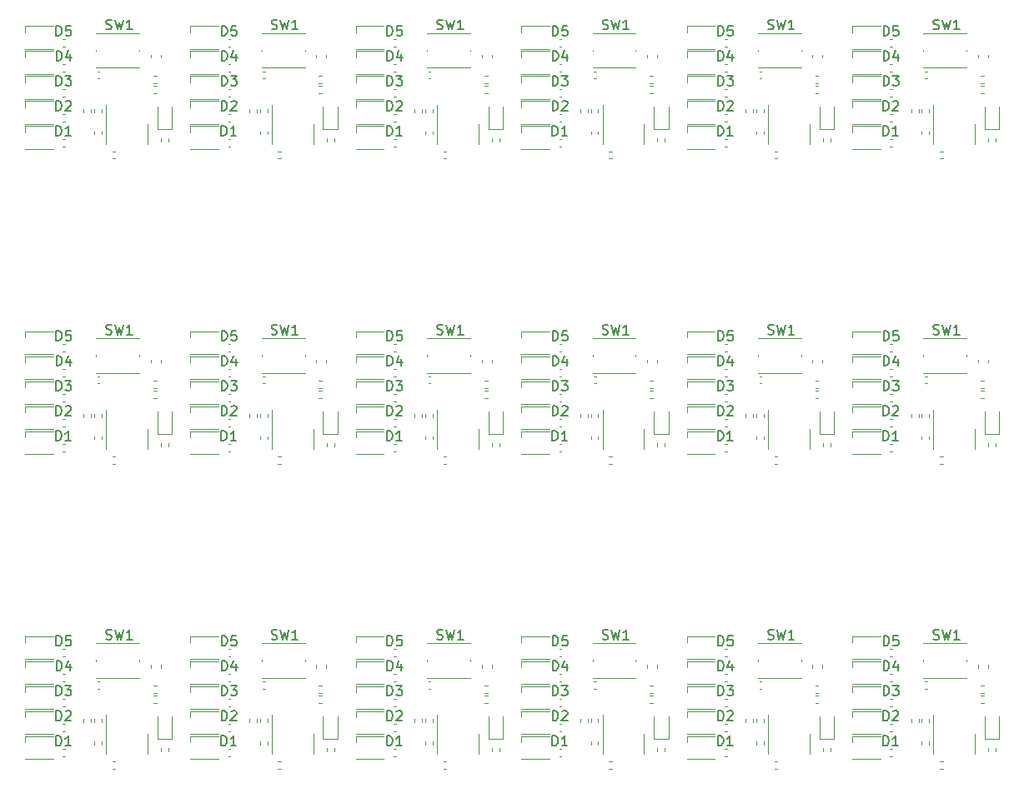
<source format=gto>
G04 #@! TF.GenerationSoftware,KiCad,Pcbnew,6.0.11-2627ca5db0~126~ubuntu22.04.1*
G04 #@! TF.CreationDate,2023-04-06T22:24:34+02:00*
G04 #@! TF.ProjectId,panel,70616e65-6c2e-46b6-9963-61645f706362,rev?*
G04 #@! TF.SameCoordinates,Original*
G04 #@! TF.FileFunction,Legend,Top*
G04 #@! TF.FilePolarity,Positive*
%FSLAX46Y46*%
G04 Gerber Fmt 4.6, Leading zero omitted, Abs format (unit mm)*
G04 Created by KiCad (PCBNEW 6.0.11-2627ca5db0~126~ubuntu22.04.1) date 2023-04-06 22:24:34*
%MOMM*%
%LPD*%
G01*
G04 APERTURE LIST*
%ADD10C,0.150000*%
%ADD11C,0.120000*%
G04 APERTURE END LIST*
D10*
G04 #@! TO.C,SW1*
X8786666Y-40194761D02*
X8929523Y-40242380D01*
X9167619Y-40242380D01*
X9262857Y-40194761D01*
X9310476Y-40147142D01*
X9358095Y-40051904D01*
X9358095Y-39956666D01*
X9310476Y-39861428D01*
X9262857Y-39813809D01*
X9167619Y-39766190D01*
X8977142Y-39718571D01*
X8881904Y-39670952D01*
X8834285Y-39623333D01*
X8786666Y-39528095D01*
X8786666Y-39432857D01*
X8834285Y-39337619D01*
X8881904Y-39290000D01*
X8977142Y-39242380D01*
X9215238Y-39242380D01*
X9358095Y-39290000D01*
X9691428Y-39242380D02*
X9929523Y-40242380D01*
X10120000Y-39528095D01*
X10310476Y-40242380D01*
X10548571Y-39242380D01*
X11453333Y-40242380D02*
X10881904Y-40242380D01*
X11167619Y-40242380D02*
X11167619Y-39242380D01*
X11072380Y-39385238D01*
X10977142Y-39480476D01*
X10881904Y-39528095D01*
G04 #@! TO.C,D5*
X3721904Y-9872380D02*
X3721904Y-8872380D01*
X3960000Y-8872380D01*
X4102857Y-8920000D01*
X4198095Y-9015238D01*
X4245714Y-9110476D01*
X4293333Y-9300952D01*
X4293333Y-9443809D01*
X4245714Y-9634285D01*
X4198095Y-9729523D01*
X4102857Y-9824761D01*
X3960000Y-9872380D01*
X3721904Y-9872380D01*
X5198095Y-8872380D02*
X4721904Y-8872380D01*
X4674285Y-9348571D01*
X4721904Y-9300952D01*
X4817142Y-9253333D01*
X5055238Y-9253333D01*
X5150476Y-9300952D01*
X5198095Y-9348571D01*
X5245714Y-9443809D01*
X5245714Y-9681904D01*
X5198095Y-9777142D01*
X5150476Y-9824761D01*
X5055238Y-9872380D01*
X4817142Y-9872380D01*
X4721904Y-9824761D01*
X4674285Y-9777142D01*
G04 #@! TO.C,D1*
X3691904Y-20032380D02*
X3691904Y-19032380D01*
X3930000Y-19032380D01*
X4072857Y-19080000D01*
X4168095Y-19175238D01*
X4215714Y-19270476D01*
X4263333Y-19460952D01*
X4263333Y-19603809D01*
X4215714Y-19794285D01*
X4168095Y-19889523D01*
X4072857Y-19984761D01*
X3930000Y-20032380D01*
X3691904Y-20032380D01*
X5215714Y-20032380D02*
X4644285Y-20032380D01*
X4930000Y-20032380D02*
X4930000Y-19032380D01*
X4834761Y-19175238D01*
X4739523Y-19270476D01*
X4644285Y-19318095D01*
G04 #@! TO.C,D2*
X37311904Y-17492380D02*
X37311904Y-16492380D01*
X37550000Y-16492380D01*
X37692857Y-16540000D01*
X37788095Y-16635238D01*
X37835714Y-16730476D01*
X37883333Y-16920952D01*
X37883333Y-17063809D01*
X37835714Y-17254285D01*
X37788095Y-17349523D01*
X37692857Y-17444761D01*
X37550000Y-17492380D01*
X37311904Y-17492380D01*
X38264285Y-16587619D02*
X38311904Y-16540000D01*
X38407142Y-16492380D01*
X38645238Y-16492380D01*
X38740476Y-16540000D01*
X38788095Y-16587619D01*
X38835714Y-16682857D01*
X38835714Y-16778095D01*
X38788095Y-16920952D01*
X38216666Y-17492380D01*
X38835714Y-17492380D01*
G04 #@! TO.C,D4*
X3731904Y-74412380D02*
X3731904Y-73412380D01*
X3970000Y-73412380D01*
X4112857Y-73460000D01*
X4208095Y-73555238D01*
X4255714Y-73650476D01*
X4303333Y-73840952D01*
X4303333Y-73983809D01*
X4255714Y-74174285D01*
X4208095Y-74269523D01*
X4112857Y-74364761D01*
X3970000Y-74412380D01*
X3731904Y-74412380D01*
X5160476Y-73745714D02*
X5160476Y-74412380D01*
X4922380Y-73364761D02*
X4684285Y-74079047D01*
X5303333Y-74079047D01*
X37331904Y-12412380D02*
X37331904Y-11412380D01*
X37570000Y-11412380D01*
X37712857Y-11460000D01*
X37808095Y-11555238D01*
X37855714Y-11650476D01*
X37903333Y-11840952D01*
X37903333Y-11983809D01*
X37855714Y-12174285D01*
X37808095Y-12269523D01*
X37712857Y-12364761D01*
X37570000Y-12412380D01*
X37331904Y-12412380D01*
X38760476Y-11745714D02*
X38760476Y-12412380D01*
X38522380Y-11364761D02*
X38284285Y-12079047D01*
X38903333Y-12079047D01*
G04 #@! TO.C,D1*
X70891904Y-20032380D02*
X70891904Y-19032380D01*
X71130000Y-19032380D01*
X71272857Y-19080000D01*
X71368095Y-19175238D01*
X71415714Y-19270476D01*
X71463333Y-19460952D01*
X71463333Y-19603809D01*
X71415714Y-19794285D01*
X71368095Y-19889523D01*
X71272857Y-19984761D01*
X71130000Y-20032380D01*
X70891904Y-20032380D01*
X72415714Y-20032380D02*
X71844285Y-20032380D01*
X72130000Y-20032380D02*
X72130000Y-19032380D01*
X72034761Y-19175238D01*
X71939523Y-19270476D01*
X71844285Y-19318095D01*
X20491904Y-20032380D02*
X20491904Y-19032380D01*
X20730000Y-19032380D01*
X20872857Y-19080000D01*
X20968095Y-19175238D01*
X21015714Y-19270476D01*
X21063333Y-19460952D01*
X21063333Y-19603809D01*
X21015714Y-19794285D01*
X20968095Y-19889523D01*
X20872857Y-19984761D01*
X20730000Y-20032380D01*
X20491904Y-20032380D01*
X22015714Y-20032380D02*
X21444285Y-20032380D01*
X21730000Y-20032380D02*
X21730000Y-19032380D01*
X21634761Y-19175238D01*
X21539523Y-19270476D01*
X21444285Y-19318095D01*
G04 #@! TO.C,D5*
X70921904Y-71872380D02*
X70921904Y-70872380D01*
X71160000Y-70872380D01*
X71302857Y-70920000D01*
X71398095Y-71015238D01*
X71445714Y-71110476D01*
X71493333Y-71300952D01*
X71493333Y-71443809D01*
X71445714Y-71634285D01*
X71398095Y-71729523D01*
X71302857Y-71824761D01*
X71160000Y-71872380D01*
X70921904Y-71872380D01*
X72398095Y-70872380D02*
X71921904Y-70872380D01*
X71874285Y-71348571D01*
X71921904Y-71300952D01*
X72017142Y-71253333D01*
X72255238Y-71253333D01*
X72350476Y-71300952D01*
X72398095Y-71348571D01*
X72445714Y-71443809D01*
X72445714Y-71681904D01*
X72398095Y-71777142D01*
X72350476Y-71824761D01*
X72255238Y-71872380D01*
X72017142Y-71872380D01*
X71921904Y-71824761D01*
X71874285Y-71777142D01*
G04 #@! TO.C,D2*
X70911904Y-48492380D02*
X70911904Y-47492380D01*
X71150000Y-47492380D01*
X71292857Y-47540000D01*
X71388095Y-47635238D01*
X71435714Y-47730476D01*
X71483333Y-47920952D01*
X71483333Y-48063809D01*
X71435714Y-48254285D01*
X71388095Y-48349523D01*
X71292857Y-48444761D01*
X71150000Y-48492380D01*
X70911904Y-48492380D01*
X71864285Y-47587619D02*
X71911904Y-47540000D01*
X72007142Y-47492380D01*
X72245238Y-47492380D01*
X72340476Y-47540000D01*
X72388095Y-47587619D01*
X72435714Y-47682857D01*
X72435714Y-47778095D01*
X72388095Y-47920952D01*
X71816666Y-48492380D01*
X72435714Y-48492380D01*
G04 #@! TO.C,D5*
X70921904Y-40872380D02*
X70921904Y-39872380D01*
X71160000Y-39872380D01*
X71302857Y-39920000D01*
X71398095Y-40015238D01*
X71445714Y-40110476D01*
X71493333Y-40300952D01*
X71493333Y-40443809D01*
X71445714Y-40634285D01*
X71398095Y-40729523D01*
X71302857Y-40824761D01*
X71160000Y-40872380D01*
X70921904Y-40872380D01*
X72398095Y-39872380D02*
X71921904Y-39872380D01*
X71874285Y-40348571D01*
X71921904Y-40300952D01*
X72017142Y-40253333D01*
X72255238Y-40253333D01*
X72350476Y-40300952D01*
X72398095Y-40348571D01*
X72445714Y-40443809D01*
X72445714Y-40681904D01*
X72398095Y-40777142D01*
X72350476Y-40824761D01*
X72255238Y-40872380D01*
X72017142Y-40872380D01*
X71921904Y-40824761D01*
X71874285Y-40777142D01*
X70921904Y-9872380D02*
X70921904Y-8872380D01*
X71160000Y-8872380D01*
X71302857Y-8920000D01*
X71398095Y-9015238D01*
X71445714Y-9110476D01*
X71493333Y-9300952D01*
X71493333Y-9443809D01*
X71445714Y-9634285D01*
X71398095Y-9729523D01*
X71302857Y-9824761D01*
X71160000Y-9872380D01*
X70921904Y-9872380D01*
X72398095Y-8872380D02*
X71921904Y-8872380D01*
X71874285Y-9348571D01*
X71921904Y-9300952D01*
X72017142Y-9253333D01*
X72255238Y-9253333D01*
X72350476Y-9300952D01*
X72398095Y-9348571D01*
X72445714Y-9443809D01*
X72445714Y-9681904D01*
X72398095Y-9777142D01*
X72350476Y-9824761D01*
X72255238Y-9872380D01*
X72017142Y-9872380D01*
X71921904Y-9824761D01*
X71874285Y-9777142D01*
G04 #@! TO.C,SW1*
X8786666Y-71194761D02*
X8929523Y-71242380D01*
X9167619Y-71242380D01*
X9262857Y-71194761D01*
X9310476Y-71147142D01*
X9358095Y-71051904D01*
X9358095Y-70956666D01*
X9310476Y-70861428D01*
X9262857Y-70813809D01*
X9167619Y-70766190D01*
X8977142Y-70718571D01*
X8881904Y-70670952D01*
X8834285Y-70623333D01*
X8786666Y-70528095D01*
X8786666Y-70432857D01*
X8834285Y-70337619D01*
X8881904Y-70290000D01*
X8977142Y-70242380D01*
X9215238Y-70242380D01*
X9358095Y-70290000D01*
X9691428Y-70242380D02*
X9929523Y-71242380D01*
X10120000Y-70528095D01*
X10310476Y-71242380D01*
X10548571Y-70242380D01*
X11453333Y-71242380D02*
X10881904Y-71242380D01*
X11167619Y-71242380D02*
X11167619Y-70242380D01*
X11072380Y-70385238D01*
X10977142Y-70480476D01*
X10881904Y-70528095D01*
G04 #@! TO.C,D3*
X3721904Y-14942380D02*
X3721904Y-13942380D01*
X3960000Y-13942380D01*
X4102857Y-13990000D01*
X4198095Y-14085238D01*
X4245714Y-14180476D01*
X4293333Y-14370952D01*
X4293333Y-14513809D01*
X4245714Y-14704285D01*
X4198095Y-14799523D01*
X4102857Y-14894761D01*
X3960000Y-14942380D01*
X3721904Y-14942380D01*
X4626666Y-13942380D02*
X5245714Y-13942380D01*
X4912380Y-14323333D01*
X5055238Y-14323333D01*
X5150476Y-14370952D01*
X5198095Y-14418571D01*
X5245714Y-14513809D01*
X5245714Y-14751904D01*
X5198095Y-14847142D01*
X5150476Y-14894761D01*
X5055238Y-14942380D01*
X4769523Y-14942380D01*
X4674285Y-14894761D01*
X4626666Y-14847142D01*
G04 #@! TO.C,D4*
X20531904Y-43412380D02*
X20531904Y-42412380D01*
X20770000Y-42412380D01*
X20912857Y-42460000D01*
X21008095Y-42555238D01*
X21055714Y-42650476D01*
X21103333Y-42840952D01*
X21103333Y-42983809D01*
X21055714Y-43174285D01*
X21008095Y-43269523D01*
X20912857Y-43364761D01*
X20770000Y-43412380D01*
X20531904Y-43412380D01*
X21960476Y-42745714D02*
X21960476Y-43412380D01*
X21722380Y-42364761D02*
X21484285Y-43079047D01*
X22103333Y-43079047D01*
G04 #@! TO.C,SW1*
X92786666Y-40194761D02*
X92929523Y-40242380D01*
X93167619Y-40242380D01*
X93262857Y-40194761D01*
X93310476Y-40147142D01*
X93358095Y-40051904D01*
X93358095Y-39956666D01*
X93310476Y-39861428D01*
X93262857Y-39813809D01*
X93167619Y-39766190D01*
X92977142Y-39718571D01*
X92881904Y-39670952D01*
X92834285Y-39623333D01*
X92786666Y-39528095D01*
X92786666Y-39432857D01*
X92834285Y-39337619D01*
X92881904Y-39290000D01*
X92977142Y-39242380D01*
X93215238Y-39242380D01*
X93358095Y-39290000D01*
X93691428Y-39242380D02*
X93929523Y-40242380D01*
X94120000Y-39528095D01*
X94310476Y-40242380D01*
X94548571Y-39242380D01*
X95453333Y-40242380D02*
X94881904Y-40242380D01*
X95167619Y-40242380D02*
X95167619Y-39242380D01*
X95072380Y-39385238D01*
X94977142Y-39480476D01*
X94881904Y-39528095D01*
G04 #@! TO.C,D4*
X20531904Y-74412380D02*
X20531904Y-73412380D01*
X20770000Y-73412380D01*
X20912857Y-73460000D01*
X21008095Y-73555238D01*
X21055714Y-73650476D01*
X21103333Y-73840952D01*
X21103333Y-73983809D01*
X21055714Y-74174285D01*
X21008095Y-74269523D01*
X20912857Y-74364761D01*
X20770000Y-74412380D01*
X20531904Y-74412380D01*
X21960476Y-73745714D02*
X21960476Y-74412380D01*
X21722380Y-73364761D02*
X21484285Y-74079047D01*
X22103333Y-74079047D01*
X87731904Y-43412380D02*
X87731904Y-42412380D01*
X87970000Y-42412380D01*
X88112857Y-42460000D01*
X88208095Y-42555238D01*
X88255714Y-42650476D01*
X88303333Y-42840952D01*
X88303333Y-42983809D01*
X88255714Y-43174285D01*
X88208095Y-43269523D01*
X88112857Y-43364761D01*
X87970000Y-43412380D01*
X87731904Y-43412380D01*
X89160476Y-42745714D02*
X89160476Y-43412380D01*
X88922380Y-42364761D02*
X88684285Y-43079047D01*
X89303333Y-43079047D01*
G04 #@! TO.C,SW1*
X59186666Y-40194761D02*
X59329523Y-40242380D01*
X59567619Y-40242380D01*
X59662857Y-40194761D01*
X59710476Y-40147142D01*
X59758095Y-40051904D01*
X59758095Y-39956666D01*
X59710476Y-39861428D01*
X59662857Y-39813809D01*
X59567619Y-39766190D01*
X59377142Y-39718571D01*
X59281904Y-39670952D01*
X59234285Y-39623333D01*
X59186666Y-39528095D01*
X59186666Y-39432857D01*
X59234285Y-39337619D01*
X59281904Y-39290000D01*
X59377142Y-39242380D01*
X59615238Y-39242380D01*
X59758095Y-39290000D01*
X60091428Y-39242380D02*
X60329523Y-40242380D01*
X60520000Y-39528095D01*
X60710476Y-40242380D01*
X60948571Y-39242380D01*
X61853333Y-40242380D02*
X61281904Y-40242380D01*
X61567619Y-40242380D02*
X61567619Y-39242380D01*
X61472380Y-39385238D01*
X61377142Y-39480476D01*
X61281904Y-39528095D01*
G04 #@! TO.C,D5*
X54121904Y-9872380D02*
X54121904Y-8872380D01*
X54360000Y-8872380D01*
X54502857Y-8920000D01*
X54598095Y-9015238D01*
X54645714Y-9110476D01*
X54693333Y-9300952D01*
X54693333Y-9443809D01*
X54645714Y-9634285D01*
X54598095Y-9729523D01*
X54502857Y-9824761D01*
X54360000Y-9872380D01*
X54121904Y-9872380D01*
X55598095Y-8872380D02*
X55121904Y-8872380D01*
X55074285Y-9348571D01*
X55121904Y-9300952D01*
X55217142Y-9253333D01*
X55455238Y-9253333D01*
X55550476Y-9300952D01*
X55598095Y-9348571D01*
X55645714Y-9443809D01*
X55645714Y-9681904D01*
X55598095Y-9777142D01*
X55550476Y-9824761D01*
X55455238Y-9872380D01*
X55217142Y-9872380D01*
X55121904Y-9824761D01*
X55074285Y-9777142D01*
G04 #@! TO.C,D2*
X54111904Y-17492380D02*
X54111904Y-16492380D01*
X54350000Y-16492380D01*
X54492857Y-16540000D01*
X54588095Y-16635238D01*
X54635714Y-16730476D01*
X54683333Y-16920952D01*
X54683333Y-17063809D01*
X54635714Y-17254285D01*
X54588095Y-17349523D01*
X54492857Y-17444761D01*
X54350000Y-17492380D01*
X54111904Y-17492380D01*
X55064285Y-16587619D02*
X55111904Y-16540000D01*
X55207142Y-16492380D01*
X55445238Y-16492380D01*
X55540476Y-16540000D01*
X55588095Y-16587619D01*
X55635714Y-16682857D01*
X55635714Y-16778095D01*
X55588095Y-16920952D01*
X55016666Y-17492380D01*
X55635714Y-17492380D01*
G04 #@! TO.C,D4*
X70931904Y-12412380D02*
X70931904Y-11412380D01*
X71170000Y-11412380D01*
X71312857Y-11460000D01*
X71408095Y-11555238D01*
X71455714Y-11650476D01*
X71503333Y-11840952D01*
X71503333Y-11983809D01*
X71455714Y-12174285D01*
X71408095Y-12269523D01*
X71312857Y-12364761D01*
X71170000Y-12412380D01*
X70931904Y-12412380D01*
X72360476Y-11745714D02*
X72360476Y-12412380D01*
X72122380Y-11364761D02*
X71884285Y-12079047D01*
X72503333Y-12079047D01*
G04 #@! TO.C,D5*
X87721904Y-71872380D02*
X87721904Y-70872380D01*
X87960000Y-70872380D01*
X88102857Y-70920000D01*
X88198095Y-71015238D01*
X88245714Y-71110476D01*
X88293333Y-71300952D01*
X88293333Y-71443809D01*
X88245714Y-71634285D01*
X88198095Y-71729523D01*
X88102857Y-71824761D01*
X87960000Y-71872380D01*
X87721904Y-71872380D01*
X89198095Y-70872380D02*
X88721904Y-70872380D01*
X88674285Y-71348571D01*
X88721904Y-71300952D01*
X88817142Y-71253333D01*
X89055238Y-71253333D01*
X89150476Y-71300952D01*
X89198095Y-71348571D01*
X89245714Y-71443809D01*
X89245714Y-71681904D01*
X89198095Y-71777142D01*
X89150476Y-71824761D01*
X89055238Y-71872380D01*
X88817142Y-71872380D01*
X88721904Y-71824761D01*
X88674285Y-71777142D01*
G04 #@! TO.C,D3*
X70921904Y-14942380D02*
X70921904Y-13942380D01*
X71160000Y-13942380D01*
X71302857Y-13990000D01*
X71398095Y-14085238D01*
X71445714Y-14180476D01*
X71493333Y-14370952D01*
X71493333Y-14513809D01*
X71445714Y-14704285D01*
X71398095Y-14799523D01*
X71302857Y-14894761D01*
X71160000Y-14942380D01*
X70921904Y-14942380D01*
X71826666Y-13942380D02*
X72445714Y-13942380D01*
X72112380Y-14323333D01*
X72255238Y-14323333D01*
X72350476Y-14370952D01*
X72398095Y-14418571D01*
X72445714Y-14513809D01*
X72445714Y-14751904D01*
X72398095Y-14847142D01*
X72350476Y-14894761D01*
X72255238Y-14942380D01*
X71969523Y-14942380D01*
X71874285Y-14894761D01*
X71826666Y-14847142D01*
X54121904Y-45942380D02*
X54121904Y-44942380D01*
X54360000Y-44942380D01*
X54502857Y-44990000D01*
X54598095Y-45085238D01*
X54645714Y-45180476D01*
X54693333Y-45370952D01*
X54693333Y-45513809D01*
X54645714Y-45704285D01*
X54598095Y-45799523D01*
X54502857Y-45894761D01*
X54360000Y-45942380D01*
X54121904Y-45942380D01*
X55026666Y-44942380D02*
X55645714Y-44942380D01*
X55312380Y-45323333D01*
X55455238Y-45323333D01*
X55550476Y-45370952D01*
X55598095Y-45418571D01*
X55645714Y-45513809D01*
X55645714Y-45751904D01*
X55598095Y-45847142D01*
X55550476Y-45894761D01*
X55455238Y-45942380D01*
X55169523Y-45942380D01*
X55074285Y-45894761D01*
X55026666Y-45847142D01*
G04 #@! TO.C,D4*
X54131904Y-12412380D02*
X54131904Y-11412380D01*
X54370000Y-11412380D01*
X54512857Y-11460000D01*
X54608095Y-11555238D01*
X54655714Y-11650476D01*
X54703333Y-11840952D01*
X54703333Y-11983809D01*
X54655714Y-12174285D01*
X54608095Y-12269523D01*
X54512857Y-12364761D01*
X54370000Y-12412380D01*
X54131904Y-12412380D01*
X55560476Y-11745714D02*
X55560476Y-12412380D01*
X55322380Y-11364761D02*
X55084285Y-12079047D01*
X55703333Y-12079047D01*
G04 #@! TO.C,D3*
X20521904Y-14942380D02*
X20521904Y-13942380D01*
X20760000Y-13942380D01*
X20902857Y-13990000D01*
X20998095Y-14085238D01*
X21045714Y-14180476D01*
X21093333Y-14370952D01*
X21093333Y-14513809D01*
X21045714Y-14704285D01*
X20998095Y-14799523D01*
X20902857Y-14894761D01*
X20760000Y-14942380D01*
X20521904Y-14942380D01*
X21426666Y-13942380D02*
X22045714Y-13942380D01*
X21712380Y-14323333D01*
X21855238Y-14323333D01*
X21950476Y-14370952D01*
X21998095Y-14418571D01*
X22045714Y-14513809D01*
X22045714Y-14751904D01*
X21998095Y-14847142D01*
X21950476Y-14894761D01*
X21855238Y-14942380D01*
X21569523Y-14942380D01*
X21474285Y-14894761D01*
X21426666Y-14847142D01*
X54121904Y-14942380D02*
X54121904Y-13942380D01*
X54360000Y-13942380D01*
X54502857Y-13990000D01*
X54598095Y-14085238D01*
X54645714Y-14180476D01*
X54693333Y-14370952D01*
X54693333Y-14513809D01*
X54645714Y-14704285D01*
X54598095Y-14799523D01*
X54502857Y-14894761D01*
X54360000Y-14942380D01*
X54121904Y-14942380D01*
X55026666Y-13942380D02*
X55645714Y-13942380D01*
X55312380Y-14323333D01*
X55455238Y-14323333D01*
X55550476Y-14370952D01*
X55598095Y-14418571D01*
X55645714Y-14513809D01*
X55645714Y-14751904D01*
X55598095Y-14847142D01*
X55550476Y-14894761D01*
X55455238Y-14942380D01*
X55169523Y-14942380D01*
X55074285Y-14894761D01*
X55026666Y-14847142D01*
G04 #@! TO.C,D2*
X54111904Y-79492380D02*
X54111904Y-78492380D01*
X54350000Y-78492380D01*
X54492857Y-78540000D01*
X54588095Y-78635238D01*
X54635714Y-78730476D01*
X54683333Y-78920952D01*
X54683333Y-79063809D01*
X54635714Y-79254285D01*
X54588095Y-79349523D01*
X54492857Y-79444761D01*
X54350000Y-79492380D01*
X54111904Y-79492380D01*
X55064285Y-78587619D02*
X55111904Y-78540000D01*
X55207142Y-78492380D01*
X55445238Y-78492380D01*
X55540476Y-78540000D01*
X55588095Y-78587619D01*
X55635714Y-78682857D01*
X55635714Y-78778095D01*
X55588095Y-78920952D01*
X55016666Y-79492380D01*
X55635714Y-79492380D01*
G04 #@! TO.C,D3*
X70921904Y-45942380D02*
X70921904Y-44942380D01*
X71160000Y-44942380D01*
X71302857Y-44990000D01*
X71398095Y-45085238D01*
X71445714Y-45180476D01*
X71493333Y-45370952D01*
X71493333Y-45513809D01*
X71445714Y-45704285D01*
X71398095Y-45799523D01*
X71302857Y-45894761D01*
X71160000Y-45942380D01*
X70921904Y-45942380D01*
X71826666Y-44942380D02*
X72445714Y-44942380D01*
X72112380Y-45323333D01*
X72255238Y-45323333D01*
X72350476Y-45370952D01*
X72398095Y-45418571D01*
X72445714Y-45513809D01*
X72445714Y-45751904D01*
X72398095Y-45847142D01*
X72350476Y-45894761D01*
X72255238Y-45942380D01*
X71969523Y-45942380D01*
X71874285Y-45894761D01*
X71826666Y-45847142D01*
X37321904Y-14942380D02*
X37321904Y-13942380D01*
X37560000Y-13942380D01*
X37702857Y-13990000D01*
X37798095Y-14085238D01*
X37845714Y-14180476D01*
X37893333Y-14370952D01*
X37893333Y-14513809D01*
X37845714Y-14704285D01*
X37798095Y-14799523D01*
X37702857Y-14894761D01*
X37560000Y-14942380D01*
X37321904Y-14942380D01*
X38226666Y-13942380D02*
X38845714Y-13942380D01*
X38512380Y-14323333D01*
X38655238Y-14323333D01*
X38750476Y-14370952D01*
X38798095Y-14418571D01*
X38845714Y-14513809D01*
X38845714Y-14751904D01*
X38798095Y-14847142D01*
X38750476Y-14894761D01*
X38655238Y-14942380D01*
X38369523Y-14942380D01*
X38274285Y-14894761D01*
X38226666Y-14847142D01*
G04 #@! TO.C,SW1*
X42386666Y-71194761D02*
X42529523Y-71242380D01*
X42767619Y-71242380D01*
X42862857Y-71194761D01*
X42910476Y-71147142D01*
X42958095Y-71051904D01*
X42958095Y-70956666D01*
X42910476Y-70861428D01*
X42862857Y-70813809D01*
X42767619Y-70766190D01*
X42577142Y-70718571D01*
X42481904Y-70670952D01*
X42434285Y-70623333D01*
X42386666Y-70528095D01*
X42386666Y-70432857D01*
X42434285Y-70337619D01*
X42481904Y-70290000D01*
X42577142Y-70242380D01*
X42815238Y-70242380D01*
X42958095Y-70290000D01*
X43291428Y-70242380D02*
X43529523Y-71242380D01*
X43720000Y-70528095D01*
X43910476Y-71242380D01*
X44148571Y-70242380D01*
X45053333Y-71242380D02*
X44481904Y-71242380D01*
X44767619Y-71242380D02*
X44767619Y-70242380D01*
X44672380Y-70385238D01*
X44577142Y-70480476D01*
X44481904Y-70528095D01*
G04 #@! TO.C,D1*
X70891904Y-51032380D02*
X70891904Y-50032380D01*
X71130000Y-50032380D01*
X71272857Y-50080000D01*
X71368095Y-50175238D01*
X71415714Y-50270476D01*
X71463333Y-50460952D01*
X71463333Y-50603809D01*
X71415714Y-50794285D01*
X71368095Y-50889523D01*
X71272857Y-50984761D01*
X71130000Y-51032380D01*
X70891904Y-51032380D01*
X72415714Y-51032380D02*
X71844285Y-51032380D01*
X72130000Y-51032380D02*
X72130000Y-50032380D01*
X72034761Y-50175238D01*
X71939523Y-50270476D01*
X71844285Y-50318095D01*
G04 #@! TO.C,D4*
X70931904Y-74412380D02*
X70931904Y-73412380D01*
X71170000Y-73412380D01*
X71312857Y-73460000D01*
X71408095Y-73555238D01*
X71455714Y-73650476D01*
X71503333Y-73840952D01*
X71503333Y-73983809D01*
X71455714Y-74174285D01*
X71408095Y-74269523D01*
X71312857Y-74364761D01*
X71170000Y-74412380D01*
X70931904Y-74412380D01*
X72360476Y-73745714D02*
X72360476Y-74412380D01*
X72122380Y-73364761D02*
X71884285Y-74079047D01*
X72503333Y-74079047D01*
G04 #@! TO.C,SW1*
X92786666Y-71194761D02*
X92929523Y-71242380D01*
X93167619Y-71242380D01*
X93262857Y-71194761D01*
X93310476Y-71147142D01*
X93358095Y-71051904D01*
X93358095Y-70956666D01*
X93310476Y-70861428D01*
X93262857Y-70813809D01*
X93167619Y-70766190D01*
X92977142Y-70718571D01*
X92881904Y-70670952D01*
X92834285Y-70623333D01*
X92786666Y-70528095D01*
X92786666Y-70432857D01*
X92834285Y-70337619D01*
X92881904Y-70290000D01*
X92977142Y-70242380D01*
X93215238Y-70242380D01*
X93358095Y-70290000D01*
X93691428Y-70242380D02*
X93929523Y-71242380D01*
X94120000Y-70528095D01*
X94310476Y-71242380D01*
X94548571Y-70242380D01*
X95453333Y-71242380D02*
X94881904Y-71242380D01*
X95167619Y-71242380D02*
X95167619Y-70242380D01*
X95072380Y-70385238D01*
X94977142Y-70480476D01*
X94881904Y-70528095D01*
X92786666Y-9194761D02*
X92929523Y-9242380D01*
X93167619Y-9242380D01*
X93262857Y-9194761D01*
X93310476Y-9147142D01*
X93358095Y-9051904D01*
X93358095Y-8956666D01*
X93310476Y-8861428D01*
X93262857Y-8813809D01*
X93167619Y-8766190D01*
X92977142Y-8718571D01*
X92881904Y-8670952D01*
X92834285Y-8623333D01*
X92786666Y-8528095D01*
X92786666Y-8432857D01*
X92834285Y-8337619D01*
X92881904Y-8290000D01*
X92977142Y-8242380D01*
X93215238Y-8242380D01*
X93358095Y-8290000D01*
X93691428Y-8242380D02*
X93929523Y-9242380D01*
X94120000Y-8528095D01*
X94310476Y-9242380D01*
X94548571Y-8242380D01*
X95453333Y-9242380D02*
X94881904Y-9242380D01*
X95167619Y-9242380D02*
X95167619Y-8242380D01*
X95072380Y-8385238D01*
X94977142Y-8480476D01*
X94881904Y-8528095D01*
G04 #@! TO.C,D3*
X37321904Y-76942380D02*
X37321904Y-75942380D01*
X37560000Y-75942380D01*
X37702857Y-75990000D01*
X37798095Y-76085238D01*
X37845714Y-76180476D01*
X37893333Y-76370952D01*
X37893333Y-76513809D01*
X37845714Y-76704285D01*
X37798095Y-76799523D01*
X37702857Y-76894761D01*
X37560000Y-76942380D01*
X37321904Y-76942380D01*
X38226666Y-75942380D02*
X38845714Y-75942380D01*
X38512380Y-76323333D01*
X38655238Y-76323333D01*
X38750476Y-76370952D01*
X38798095Y-76418571D01*
X38845714Y-76513809D01*
X38845714Y-76751904D01*
X38798095Y-76847142D01*
X38750476Y-76894761D01*
X38655238Y-76942380D01*
X38369523Y-76942380D01*
X38274285Y-76894761D01*
X38226666Y-76847142D01*
G04 #@! TO.C,D5*
X37321904Y-40872380D02*
X37321904Y-39872380D01*
X37560000Y-39872380D01*
X37702857Y-39920000D01*
X37798095Y-40015238D01*
X37845714Y-40110476D01*
X37893333Y-40300952D01*
X37893333Y-40443809D01*
X37845714Y-40634285D01*
X37798095Y-40729523D01*
X37702857Y-40824761D01*
X37560000Y-40872380D01*
X37321904Y-40872380D01*
X38798095Y-39872380D02*
X38321904Y-39872380D01*
X38274285Y-40348571D01*
X38321904Y-40300952D01*
X38417142Y-40253333D01*
X38655238Y-40253333D01*
X38750476Y-40300952D01*
X38798095Y-40348571D01*
X38845714Y-40443809D01*
X38845714Y-40681904D01*
X38798095Y-40777142D01*
X38750476Y-40824761D01*
X38655238Y-40872380D01*
X38417142Y-40872380D01*
X38321904Y-40824761D01*
X38274285Y-40777142D01*
G04 #@! TO.C,D3*
X87721904Y-14942380D02*
X87721904Y-13942380D01*
X87960000Y-13942380D01*
X88102857Y-13990000D01*
X88198095Y-14085238D01*
X88245714Y-14180476D01*
X88293333Y-14370952D01*
X88293333Y-14513809D01*
X88245714Y-14704285D01*
X88198095Y-14799523D01*
X88102857Y-14894761D01*
X87960000Y-14942380D01*
X87721904Y-14942380D01*
X88626666Y-13942380D02*
X89245714Y-13942380D01*
X88912380Y-14323333D01*
X89055238Y-14323333D01*
X89150476Y-14370952D01*
X89198095Y-14418571D01*
X89245714Y-14513809D01*
X89245714Y-14751904D01*
X89198095Y-14847142D01*
X89150476Y-14894761D01*
X89055238Y-14942380D01*
X88769523Y-14942380D01*
X88674285Y-14894761D01*
X88626666Y-14847142D01*
X20521904Y-45942380D02*
X20521904Y-44942380D01*
X20760000Y-44942380D01*
X20902857Y-44990000D01*
X20998095Y-45085238D01*
X21045714Y-45180476D01*
X21093333Y-45370952D01*
X21093333Y-45513809D01*
X21045714Y-45704285D01*
X20998095Y-45799523D01*
X20902857Y-45894761D01*
X20760000Y-45942380D01*
X20521904Y-45942380D01*
X21426666Y-44942380D02*
X22045714Y-44942380D01*
X21712380Y-45323333D01*
X21855238Y-45323333D01*
X21950476Y-45370952D01*
X21998095Y-45418571D01*
X22045714Y-45513809D01*
X22045714Y-45751904D01*
X21998095Y-45847142D01*
X21950476Y-45894761D01*
X21855238Y-45942380D01*
X21569523Y-45942380D01*
X21474285Y-45894761D01*
X21426666Y-45847142D01*
G04 #@! TO.C,SW1*
X75986666Y-40194761D02*
X76129523Y-40242380D01*
X76367619Y-40242380D01*
X76462857Y-40194761D01*
X76510476Y-40147142D01*
X76558095Y-40051904D01*
X76558095Y-39956666D01*
X76510476Y-39861428D01*
X76462857Y-39813809D01*
X76367619Y-39766190D01*
X76177142Y-39718571D01*
X76081904Y-39670952D01*
X76034285Y-39623333D01*
X75986666Y-39528095D01*
X75986666Y-39432857D01*
X76034285Y-39337619D01*
X76081904Y-39290000D01*
X76177142Y-39242380D01*
X76415238Y-39242380D01*
X76558095Y-39290000D01*
X76891428Y-39242380D02*
X77129523Y-40242380D01*
X77320000Y-39528095D01*
X77510476Y-40242380D01*
X77748571Y-39242380D01*
X78653333Y-40242380D02*
X78081904Y-40242380D01*
X78367619Y-40242380D02*
X78367619Y-39242380D01*
X78272380Y-39385238D01*
X78177142Y-39480476D01*
X78081904Y-39528095D01*
G04 #@! TO.C,D1*
X87691904Y-82032380D02*
X87691904Y-81032380D01*
X87930000Y-81032380D01*
X88072857Y-81080000D01*
X88168095Y-81175238D01*
X88215714Y-81270476D01*
X88263333Y-81460952D01*
X88263333Y-81603809D01*
X88215714Y-81794285D01*
X88168095Y-81889523D01*
X88072857Y-81984761D01*
X87930000Y-82032380D01*
X87691904Y-82032380D01*
X89215714Y-82032380D02*
X88644285Y-82032380D01*
X88930000Y-82032380D02*
X88930000Y-81032380D01*
X88834761Y-81175238D01*
X88739523Y-81270476D01*
X88644285Y-81318095D01*
G04 #@! TO.C,D3*
X87721904Y-45942380D02*
X87721904Y-44942380D01*
X87960000Y-44942380D01*
X88102857Y-44990000D01*
X88198095Y-45085238D01*
X88245714Y-45180476D01*
X88293333Y-45370952D01*
X88293333Y-45513809D01*
X88245714Y-45704285D01*
X88198095Y-45799523D01*
X88102857Y-45894761D01*
X87960000Y-45942380D01*
X87721904Y-45942380D01*
X88626666Y-44942380D02*
X89245714Y-44942380D01*
X88912380Y-45323333D01*
X89055238Y-45323333D01*
X89150476Y-45370952D01*
X89198095Y-45418571D01*
X89245714Y-45513809D01*
X89245714Y-45751904D01*
X89198095Y-45847142D01*
X89150476Y-45894761D01*
X89055238Y-45942380D01*
X88769523Y-45942380D01*
X88674285Y-45894761D01*
X88626666Y-45847142D01*
G04 #@! TO.C,D2*
X20511904Y-17492380D02*
X20511904Y-16492380D01*
X20750000Y-16492380D01*
X20892857Y-16540000D01*
X20988095Y-16635238D01*
X21035714Y-16730476D01*
X21083333Y-16920952D01*
X21083333Y-17063809D01*
X21035714Y-17254285D01*
X20988095Y-17349523D01*
X20892857Y-17444761D01*
X20750000Y-17492380D01*
X20511904Y-17492380D01*
X21464285Y-16587619D02*
X21511904Y-16540000D01*
X21607142Y-16492380D01*
X21845238Y-16492380D01*
X21940476Y-16540000D01*
X21988095Y-16587619D01*
X22035714Y-16682857D01*
X22035714Y-16778095D01*
X21988095Y-16920952D01*
X21416666Y-17492380D01*
X22035714Y-17492380D01*
G04 #@! TO.C,D1*
X87691904Y-20032380D02*
X87691904Y-19032380D01*
X87930000Y-19032380D01*
X88072857Y-19080000D01*
X88168095Y-19175238D01*
X88215714Y-19270476D01*
X88263333Y-19460952D01*
X88263333Y-19603809D01*
X88215714Y-19794285D01*
X88168095Y-19889523D01*
X88072857Y-19984761D01*
X87930000Y-20032380D01*
X87691904Y-20032380D01*
X89215714Y-20032380D02*
X88644285Y-20032380D01*
X88930000Y-20032380D02*
X88930000Y-19032380D01*
X88834761Y-19175238D01*
X88739523Y-19270476D01*
X88644285Y-19318095D01*
G04 #@! TO.C,D4*
X87731904Y-12412380D02*
X87731904Y-11412380D01*
X87970000Y-11412380D01*
X88112857Y-11460000D01*
X88208095Y-11555238D01*
X88255714Y-11650476D01*
X88303333Y-11840952D01*
X88303333Y-11983809D01*
X88255714Y-12174285D01*
X88208095Y-12269523D01*
X88112857Y-12364761D01*
X87970000Y-12412380D01*
X87731904Y-12412380D01*
X89160476Y-11745714D02*
X89160476Y-12412380D01*
X88922380Y-11364761D02*
X88684285Y-12079047D01*
X89303333Y-12079047D01*
G04 #@! TO.C,D5*
X3721904Y-40872380D02*
X3721904Y-39872380D01*
X3960000Y-39872380D01*
X4102857Y-39920000D01*
X4198095Y-40015238D01*
X4245714Y-40110476D01*
X4293333Y-40300952D01*
X4293333Y-40443809D01*
X4245714Y-40634285D01*
X4198095Y-40729523D01*
X4102857Y-40824761D01*
X3960000Y-40872380D01*
X3721904Y-40872380D01*
X5198095Y-39872380D02*
X4721904Y-39872380D01*
X4674285Y-40348571D01*
X4721904Y-40300952D01*
X4817142Y-40253333D01*
X5055238Y-40253333D01*
X5150476Y-40300952D01*
X5198095Y-40348571D01*
X5245714Y-40443809D01*
X5245714Y-40681904D01*
X5198095Y-40777142D01*
X5150476Y-40824761D01*
X5055238Y-40872380D01*
X4817142Y-40872380D01*
X4721904Y-40824761D01*
X4674285Y-40777142D01*
G04 #@! TO.C,D2*
X87711904Y-17492380D02*
X87711904Y-16492380D01*
X87950000Y-16492380D01*
X88092857Y-16540000D01*
X88188095Y-16635238D01*
X88235714Y-16730476D01*
X88283333Y-16920952D01*
X88283333Y-17063809D01*
X88235714Y-17254285D01*
X88188095Y-17349523D01*
X88092857Y-17444761D01*
X87950000Y-17492380D01*
X87711904Y-17492380D01*
X88664285Y-16587619D02*
X88711904Y-16540000D01*
X88807142Y-16492380D01*
X89045238Y-16492380D01*
X89140476Y-16540000D01*
X89188095Y-16587619D01*
X89235714Y-16682857D01*
X89235714Y-16778095D01*
X89188095Y-16920952D01*
X88616666Y-17492380D01*
X89235714Y-17492380D01*
G04 #@! TO.C,D4*
X70931904Y-43412380D02*
X70931904Y-42412380D01*
X71170000Y-42412380D01*
X71312857Y-42460000D01*
X71408095Y-42555238D01*
X71455714Y-42650476D01*
X71503333Y-42840952D01*
X71503333Y-42983809D01*
X71455714Y-43174285D01*
X71408095Y-43269523D01*
X71312857Y-43364761D01*
X71170000Y-43412380D01*
X70931904Y-43412380D01*
X72360476Y-42745714D02*
X72360476Y-43412380D01*
X72122380Y-42364761D02*
X71884285Y-43079047D01*
X72503333Y-43079047D01*
G04 #@! TO.C,D5*
X87721904Y-9872380D02*
X87721904Y-8872380D01*
X87960000Y-8872380D01*
X88102857Y-8920000D01*
X88198095Y-9015238D01*
X88245714Y-9110476D01*
X88293333Y-9300952D01*
X88293333Y-9443809D01*
X88245714Y-9634285D01*
X88198095Y-9729523D01*
X88102857Y-9824761D01*
X87960000Y-9872380D01*
X87721904Y-9872380D01*
X89198095Y-8872380D02*
X88721904Y-8872380D01*
X88674285Y-9348571D01*
X88721904Y-9300952D01*
X88817142Y-9253333D01*
X89055238Y-9253333D01*
X89150476Y-9300952D01*
X89198095Y-9348571D01*
X89245714Y-9443809D01*
X89245714Y-9681904D01*
X89198095Y-9777142D01*
X89150476Y-9824761D01*
X89055238Y-9872380D01*
X88817142Y-9872380D01*
X88721904Y-9824761D01*
X88674285Y-9777142D01*
G04 #@! TO.C,D2*
X37311904Y-48492380D02*
X37311904Y-47492380D01*
X37550000Y-47492380D01*
X37692857Y-47540000D01*
X37788095Y-47635238D01*
X37835714Y-47730476D01*
X37883333Y-47920952D01*
X37883333Y-48063809D01*
X37835714Y-48254285D01*
X37788095Y-48349523D01*
X37692857Y-48444761D01*
X37550000Y-48492380D01*
X37311904Y-48492380D01*
X38264285Y-47587619D02*
X38311904Y-47540000D01*
X38407142Y-47492380D01*
X38645238Y-47492380D01*
X38740476Y-47540000D01*
X38788095Y-47587619D01*
X38835714Y-47682857D01*
X38835714Y-47778095D01*
X38788095Y-47920952D01*
X38216666Y-48492380D01*
X38835714Y-48492380D01*
G04 #@! TO.C,D4*
X54131904Y-43412380D02*
X54131904Y-42412380D01*
X54370000Y-42412380D01*
X54512857Y-42460000D01*
X54608095Y-42555238D01*
X54655714Y-42650476D01*
X54703333Y-42840952D01*
X54703333Y-42983809D01*
X54655714Y-43174285D01*
X54608095Y-43269523D01*
X54512857Y-43364761D01*
X54370000Y-43412380D01*
X54131904Y-43412380D01*
X55560476Y-42745714D02*
X55560476Y-43412380D01*
X55322380Y-42364761D02*
X55084285Y-43079047D01*
X55703333Y-43079047D01*
G04 #@! TO.C,SW1*
X42386666Y-40194761D02*
X42529523Y-40242380D01*
X42767619Y-40242380D01*
X42862857Y-40194761D01*
X42910476Y-40147142D01*
X42958095Y-40051904D01*
X42958095Y-39956666D01*
X42910476Y-39861428D01*
X42862857Y-39813809D01*
X42767619Y-39766190D01*
X42577142Y-39718571D01*
X42481904Y-39670952D01*
X42434285Y-39623333D01*
X42386666Y-39528095D01*
X42386666Y-39432857D01*
X42434285Y-39337619D01*
X42481904Y-39290000D01*
X42577142Y-39242380D01*
X42815238Y-39242380D01*
X42958095Y-39290000D01*
X43291428Y-39242380D02*
X43529523Y-40242380D01*
X43720000Y-39528095D01*
X43910476Y-40242380D01*
X44148571Y-39242380D01*
X45053333Y-40242380D02*
X44481904Y-40242380D01*
X44767619Y-40242380D02*
X44767619Y-39242380D01*
X44672380Y-39385238D01*
X44577142Y-39480476D01*
X44481904Y-39528095D01*
G04 #@! TO.C,D5*
X54121904Y-40872380D02*
X54121904Y-39872380D01*
X54360000Y-39872380D01*
X54502857Y-39920000D01*
X54598095Y-40015238D01*
X54645714Y-40110476D01*
X54693333Y-40300952D01*
X54693333Y-40443809D01*
X54645714Y-40634285D01*
X54598095Y-40729523D01*
X54502857Y-40824761D01*
X54360000Y-40872380D01*
X54121904Y-40872380D01*
X55598095Y-39872380D02*
X55121904Y-39872380D01*
X55074285Y-40348571D01*
X55121904Y-40300952D01*
X55217142Y-40253333D01*
X55455238Y-40253333D01*
X55550476Y-40300952D01*
X55598095Y-40348571D01*
X55645714Y-40443809D01*
X55645714Y-40681904D01*
X55598095Y-40777142D01*
X55550476Y-40824761D01*
X55455238Y-40872380D01*
X55217142Y-40872380D01*
X55121904Y-40824761D01*
X55074285Y-40777142D01*
G04 #@! TO.C,D3*
X37321904Y-45942380D02*
X37321904Y-44942380D01*
X37560000Y-44942380D01*
X37702857Y-44990000D01*
X37798095Y-45085238D01*
X37845714Y-45180476D01*
X37893333Y-45370952D01*
X37893333Y-45513809D01*
X37845714Y-45704285D01*
X37798095Y-45799523D01*
X37702857Y-45894761D01*
X37560000Y-45942380D01*
X37321904Y-45942380D01*
X38226666Y-44942380D02*
X38845714Y-44942380D01*
X38512380Y-45323333D01*
X38655238Y-45323333D01*
X38750476Y-45370952D01*
X38798095Y-45418571D01*
X38845714Y-45513809D01*
X38845714Y-45751904D01*
X38798095Y-45847142D01*
X38750476Y-45894761D01*
X38655238Y-45942380D01*
X38369523Y-45942380D01*
X38274285Y-45894761D01*
X38226666Y-45847142D01*
G04 #@! TO.C,D1*
X54091904Y-82032380D02*
X54091904Y-81032380D01*
X54330000Y-81032380D01*
X54472857Y-81080000D01*
X54568095Y-81175238D01*
X54615714Y-81270476D01*
X54663333Y-81460952D01*
X54663333Y-81603809D01*
X54615714Y-81794285D01*
X54568095Y-81889523D01*
X54472857Y-81984761D01*
X54330000Y-82032380D01*
X54091904Y-82032380D01*
X55615714Y-82032380D02*
X55044285Y-82032380D01*
X55330000Y-82032380D02*
X55330000Y-81032380D01*
X55234761Y-81175238D01*
X55139523Y-81270476D01*
X55044285Y-81318095D01*
G04 #@! TO.C,D5*
X20521904Y-71872380D02*
X20521904Y-70872380D01*
X20760000Y-70872380D01*
X20902857Y-70920000D01*
X20998095Y-71015238D01*
X21045714Y-71110476D01*
X21093333Y-71300952D01*
X21093333Y-71443809D01*
X21045714Y-71634285D01*
X20998095Y-71729523D01*
X20902857Y-71824761D01*
X20760000Y-71872380D01*
X20521904Y-71872380D01*
X21998095Y-70872380D02*
X21521904Y-70872380D01*
X21474285Y-71348571D01*
X21521904Y-71300952D01*
X21617142Y-71253333D01*
X21855238Y-71253333D01*
X21950476Y-71300952D01*
X21998095Y-71348571D01*
X22045714Y-71443809D01*
X22045714Y-71681904D01*
X21998095Y-71777142D01*
X21950476Y-71824761D01*
X21855238Y-71872380D01*
X21617142Y-71872380D01*
X21521904Y-71824761D01*
X21474285Y-71777142D01*
G04 #@! TO.C,D3*
X87721904Y-76942380D02*
X87721904Y-75942380D01*
X87960000Y-75942380D01*
X88102857Y-75990000D01*
X88198095Y-76085238D01*
X88245714Y-76180476D01*
X88293333Y-76370952D01*
X88293333Y-76513809D01*
X88245714Y-76704285D01*
X88198095Y-76799523D01*
X88102857Y-76894761D01*
X87960000Y-76942380D01*
X87721904Y-76942380D01*
X88626666Y-75942380D02*
X89245714Y-75942380D01*
X88912380Y-76323333D01*
X89055238Y-76323333D01*
X89150476Y-76370952D01*
X89198095Y-76418571D01*
X89245714Y-76513809D01*
X89245714Y-76751904D01*
X89198095Y-76847142D01*
X89150476Y-76894761D01*
X89055238Y-76942380D01*
X88769523Y-76942380D01*
X88674285Y-76894761D01*
X88626666Y-76847142D01*
X3721904Y-76942380D02*
X3721904Y-75942380D01*
X3960000Y-75942380D01*
X4102857Y-75990000D01*
X4198095Y-76085238D01*
X4245714Y-76180476D01*
X4293333Y-76370952D01*
X4293333Y-76513809D01*
X4245714Y-76704285D01*
X4198095Y-76799523D01*
X4102857Y-76894761D01*
X3960000Y-76942380D01*
X3721904Y-76942380D01*
X4626666Y-75942380D02*
X5245714Y-75942380D01*
X4912380Y-76323333D01*
X5055238Y-76323333D01*
X5150476Y-76370952D01*
X5198095Y-76418571D01*
X5245714Y-76513809D01*
X5245714Y-76751904D01*
X5198095Y-76847142D01*
X5150476Y-76894761D01*
X5055238Y-76942380D01*
X4769523Y-76942380D01*
X4674285Y-76894761D01*
X4626666Y-76847142D01*
G04 #@! TO.C,SW1*
X25586666Y-40194761D02*
X25729523Y-40242380D01*
X25967619Y-40242380D01*
X26062857Y-40194761D01*
X26110476Y-40147142D01*
X26158095Y-40051904D01*
X26158095Y-39956666D01*
X26110476Y-39861428D01*
X26062857Y-39813809D01*
X25967619Y-39766190D01*
X25777142Y-39718571D01*
X25681904Y-39670952D01*
X25634285Y-39623333D01*
X25586666Y-39528095D01*
X25586666Y-39432857D01*
X25634285Y-39337619D01*
X25681904Y-39290000D01*
X25777142Y-39242380D01*
X26015238Y-39242380D01*
X26158095Y-39290000D01*
X26491428Y-39242380D02*
X26729523Y-40242380D01*
X26920000Y-39528095D01*
X27110476Y-40242380D01*
X27348571Y-39242380D01*
X28253333Y-40242380D02*
X27681904Y-40242380D01*
X27967619Y-40242380D02*
X27967619Y-39242380D01*
X27872380Y-39385238D01*
X27777142Y-39480476D01*
X27681904Y-39528095D01*
X75986666Y-9194761D02*
X76129523Y-9242380D01*
X76367619Y-9242380D01*
X76462857Y-9194761D01*
X76510476Y-9147142D01*
X76558095Y-9051904D01*
X76558095Y-8956666D01*
X76510476Y-8861428D01*
X76462857Y-8813809D01*
X76367619Y-8766190D01*
X76177142Y-8718571D01*
X76081904Y-8670952D01*
X76034285Y-8623333D01*
X75986666Y-8528095D01*
X75986666Y-8432857D01*
X76034285Y-8337619D01*
X76081904Y-8290000D01*
X76177142Y-8242380D01*
X76415238Y-8242380D01*
X76558095Y-8290000D01*
X76891428Y-8242380D02*
X77129523Y-9242380D01*
X77320000Y-8528095D01*
X77510476Y-9242380D01*
X77748571Y-8242380D01*
X78653333Y-9242380D02*
X78081904Y-9242380D01*
X78367619Y-9242380D02*
X78367619Y-8242380D01*
X78272380Y-8385238D01*
X78177142Y-8480476D01*
X78081904Y-8528095D01*
G04 #@! TO.C,D4*
X3731904Y-43412380D02*
X3731904Y-42412380D01*
X3970000Y-42412380D01*
X4112857Y-42460000D01*
X4208095Y-42555238D01*
X4255714Y-42650476D01*
X4303333Y-42840952D01*
X4303333Y-42983809D01*
X4255714Y-43174285D01*
X4208095Y-43269523D01*
X4112857Y-43364761D01*
X3970000Y-43412380D01*
X3731904Y-43412380D01*
X5160476Y-42745714D02*
X5160476Y-43412380D01*
X4922380Y-42364761D02*
X4684285Y-43079047D01*
X5303333Y-43079047D01*
G04 #@! TO.C,SW1*
X8786666Y-9194761D02*
X8929523Y-9242380D01*
X9167619Y-9242380D01*
X9262857Y-9194761D01*
X9310476Y-9147142D01*
X9358095Y-9051904D01*
X9358095Y-8956666D01*
X9310476Y-8861428D01*
X9262857Y-8813809D01*
X9167619Y-8766190D01*
X8977142Y-8718571D01*
X8881904Y-8670952D01*
X8834285Y-8623333D01*
X8786666Y-8528095D01*
X8786666Y-8432857D01*
X8834285Y-8337619D01*
X8881904Y-8290000D01*
X8977142Y-8242380D01*
X9215238Y-8242380D01*
X9358095Y-8290000D01*
X9691428Y-8242380D02*
X9929523Y-9242380D01*
X10120000Y-8528095D01*
X10310476Y-9242380D01*
X10548571Y-8242380D01*
X11453333Y-9242380D02*
X10881904Y-9242380D01*
X11167619Y-9242380D02*
X11167619Y-8242380D01*
X11072380Y-8385238D01*
X10977142Y-8480476D01*
X10881904Y-8528095D01*
G04 #@! TO.C,D1*
X54091904Y-51032380D02*
X54091904Y-50032380D01*
X54330000Y-50032380D01*
X54472857Y-50080000D01*
X54568095Y-50175238D01*
X54615714Y-50270476D01*
X54663333Y-50460952D01*
X54663333Y-50603809D01*
X54615714Y-50794285D01*
X54568095Y-50889523D01*
X54472857Y-50984761D01*
X54330000Y-51032380D01*
X54091904Y-51032380D01*
X55615714Y-51032380D02*
X55044285Y-51032380D01*
X55330000Y-51032380D02*
X55330000Y-50032380D01*
X55234761Y-50175238D01*
X55139523Y-50270476D01*
X55044285Y-50318095D01*
X37291904Y-82032380D02*
X37291904Y-81032380D01*
X37530000Y-81032380D01*
X37672857Y-81080000D01*
X37768095Y-81175238D01*
X37815714Y-81270476D01*
X37863333Y-81460952D01*
X37863333Y-81603809D01*
X37815714Y-81794285D01*
X37768095Y-81889523D01*
X37672857Y-81984761D01*
X37530000Y-82032380D01*
X37291904Y-82032380D01*
X38815714Y-82032380D02*
X38244285Y-82032380D01*
X38530000Y-82032380D02*
X38530000Y-81032380D01*
X38434761Y-81175238D01*
X38339523Y-81270476D01*
X38244285Y-81318095D01*
G04 #@! TO.C,D2*
X3711904Y-79492380D02*
X3711904Y-78492380D01*
X3950000Y-78492380D01*
X4092857Y-78540000D01*
X4188095Y-78635238D01*
X4235714Y-78730476D01*
X4283333Y-78920952D01*
X4283333Y-79063809D01*
X4235714Y-79254285D01*
X4188095Y-79349523D01*
X4092857Y-79444761D01*
X3950000Y-79492380D01*
X3711904Y-79492380D01*
X4664285Y-78587619D02*
X4711904Y-78540000D01*
X4807142Y-78492380D01*
X5045238Y-78492380D01*
X5140476Y-78540000D01*
X5188095Y-78587619D01*
X5235714Y-78682857D01*
X5235714Y-78778095D01*
X5188095Y-78920952D01*
X4616666Y-79492380D01*
X5235714Y-79492380D01*
G04 #@! TO.C,SW1*
X59186666Y-71194761D02*
X59329523Y-71242380D01*
X59567619Y-71242380D01*
X59662857Y-71194761D01*
X59710476Y-71147142D01*
X59758095Y-71051904D01*
X59758095Y-70956666D01*
X59710476Y-70861428D01*
X59662857Y-70813809D01*
X59567619Y-70766190D01*
X59377142Y-70718571D01*
X59281904Y-70670952D01*
X59234285Y-70623333D01*
X59186666Y-70528095D01*
X59186666Y-70432857D01*
X59234285Y-70337619D01*
X59281904Y-70290000D01*
X59377142Y-70242380D01*
X59615238Y-70242380D01*
X59758095Y-70290000D01*
X60091428Y-70242380D02*
X60329523Y-71242380D01*
X60520000Y-70528095D01*
X60710476Y-71242380D01*
X60948571Y-70242380D01*
X61853333Y-71242380D02*
X61281904Y-71242380D01*
X61567619Y-71242380D02*
X61567619Y-70242380D01*
X61472380Y-70385238D01*
X61377142Y-70480476D01*
X61281904Y-70528095D01*
G04 #@! TO.C,D2*
X37311904Y-79492380D02*
X37311904Y-78492380D01*
X37550000Y-78492380D01*
X37692857Y-78540000D01*
X37788095Y-78635238D01*
X37835714Y-78730476D01*
X37883333Y-78920952D01*
X37883333Y-79063809D01*
X37835714Y-79254285D01*
X37788095Y-79349523D01*
X37692857Y-79444761D01*
X37550000Y-79492380D01*
X37311904Y-79492380D01*
X38264285Y-78587619D02*
X38311904Y-78540000D01*
X38407142Y-78492380D01*
X38645238Y-78492380D01*
X38740476Y-78540000D01*
X38788095Y-78587619D01*
X38835714Y-78682857D01*
X38835714Y-78778095D01*
X38788095Y-78920952D01*
X38216666Y-79492380D01*
X38835714Y-79492380D01*
G04 #@! TO.C,SW1*
X59186666Y-9194761D02*
X59329523Y-9242380D01*
X59567619Y-9242380D01*
X59662857Y-9194761D01*
X59710476Y-9147142D01*
X59758095Y-9051904D01*
X59758095Y-8956666D01*
X59710476Y-8861428D01*
X59662857Y-8813809D01*
X59567619Y-8766190D01*
X59377142Y-8718571D01*
X59281904Y-8670952D01*
X59234285Y-8623333D01*
X59186666Y-8528095D01*
X59186666Y-8432857D01*
X59234285Y-8337619D01*
X59281904Y-8290000D01*
X59377142Y-8242380D01*
X59615238Y-8242380D01*
X59758095Y-8290000D01*
X60091428Y-8242380D02*
X60329523Y-9242380D01*
X60520000Y-8528095D01*
X60710476Y-9242380D01*
X60948571Y-8242380D01*
X61853333Y-9242380D02*
X61281904Y-9242380D01*
X61567619Y-9242380D02*
X61567619Y-8242380D01*
X61472380Y-8385238D01*
X61377142Y-8480476D01*
X61281904Y-8528095D01*
X42386666Y-9194761D02*
X42529523Y-9242380D01*
X42767619Y-9242380D01*
X42862857Y-9194761D01*
X42910476Y-9147142D01*
X42958095Y-9051904D01*
X42958095Y-8956666D01*
X42910476Y-8861428D01*
X42862857Y-8813809D01*
X42767619Y-8766190D01*
X42577142Y-8718571D01*
X42481904Y-8670952D01*
X42434285Y-8623333D01*
X42386666Y-8528095D01*
X42386666Y-8432857D01*
X42434285Y-8337619D01*
X42481904Y-8290000D01*
X42577142Y-8242380D01*
X42815238Y-8242380D01*
X42958095Y-8290000D01*
X43291428Y-8242380D02*
X43529523Y-9242380D01*
X43720000Y-8528095D01*
X43910476Y-9242380D01*
X44148571Y-8242380D01*
X45053333Y-9242380D02*
X44481904Y-9242380D01*
X44767619Y-9242380D02*
X44767619Y-8242380D01*
X44672380Y-8385238D01*
X44577142Y-8480476D01*
X44481904Y-8528095D01*
G04 #@! TO.C,D3*
X54121904Y-76942380D02*
X54121904Y-75942380D01*
X54360000Y-75942380D01*
X54502857Y-75990000D01*
X54598095Y-76085238D01*
X54645714Y-76180476D01*
X54693333Y-76370952D01*
X54693333Y-76513809D01*
X54645714Y-76704285D01*
X54598095Y-76799523D01*
X54502857Y-76894761D01*
X54360000Y-76942380D01*
X54121904Y-76942380D01*
X55026666Y-75942380D02*
X55645714Y-75942380D01*
X55312380Y-76323333D01*
X55455238Y-76323333D01*
X55550476Y-76370952D01*
X55598095Y-76418571D01*
X55645714Y-76513809D01*
X55645714Y-76751904D01*
X55598095Y-76847142D01*
X55550476Y-76894761D01*
X55455238Y-76942380D01*
X55169523Y-76942380D01*
X55074285Y-76894761D01*
X55026666Y-76847142D01*
G04 #@! TO.C,D4*
X37331904Y-74412380D02*
X37331904Y-73412380D01*
X37570000Y-73412380D01*
X37712857Y-73460000D01*
X37808095Y-73555238D01*
X37855714Y-73650476D01*
X37903333Y-73840952D01*
X37903333Y-73983809D01*
X37855714Y-74174285D01*
X37808095Y-74269523D01*
X37712857Y-74364761D01*
X37570000Y-74412380D01*
X37331904Y-74412380D01*
X38760476Y-73745714D02*
X38760476Y-74412380D01*
X38522380Y-73364761D02*
X38284285Y-74079047D01*
X38903333Y-74079047D01*
G04 #@! TO.C,D5*
X87721904Y-40872380D02*
X87721904Y-39872380D01*
X87960000Y-39872380D01*
X88102857Y-39920000D01*
X88198095Y-40015238D01*
X88245714Y-40110476D01*
X88293333Y-40300952D01*
X88293333Y-40443809D01*
X88245714Y-40634285D01*
X88198095Y-40729523D01*
X88102857Y-40824761D01*
X87960000Y-40872380D01*
X87721904Y-40872380D01*
X89198095Y-39872380D02*
X88721904Y-39872380D01*
X88674285Y-40348571D01*
X88721904Y-40300952D01*
X88817142Y-40253333D01*
X89055238Y-40253333D01*
X89150476Y-40300952D01*
X89198095Y-40348571D01*
X89245714Y-40443809D01*
X89245714Y-40681904D01*
X89198095Y-40777142D01*
X89150476Y-40824761D01*
X89055238Y-40872380D01*
X88817142Y-40872380D01*
X88721904Y-40824761D01*
X88674285Y-40777142D01*
G04 #@! TO.C,D2*
X20511904Y-79492380D02*
X20511904Y-78492380D01*
X20750000Y-78492380D01*
X20892857Y-78540000D01*
X20988095Y-78635238D01*
X21035714Y-78730476D01*
X21083333Y-78920952D01*
X21083333Y-79063809D01*
X21035714Y-79254285D01*
X20988095Y-79349523D01*
X20892857Y-79444761D01*
X20750000Y-79492380D01*
X20511904Y-79492380D01*
X21464285Y-78587619D02*
X21511904Y-78540000D01*
X21607142Y-78492380D01*
X21845238Y-78492380D01*
X21940476Y-78540000D01*
X21988095Y-78587619D01*
X22035714Y-78682857D01*
X22035714Y-78778095D01*
X21988095Y-78920952D01*
X21416666Y-79492380D01*
X22035714Y-79492380D01*
G04 #@! TO.C,D1*
X54091904Y-20032380D02*
X54091904Y-19032380D01*
X54330000Y-19032380D01*
X54472857Y-19080000D01*
X54568095Y-19175238D01*
X54615714Y-19270476D01*
X54663333Y-19460952D01*
X54663333Y-19603809D01*
X54615714Y-19794285D01*
X54568095Y-19889523D01*
X54472857Y-19984761D01*
X54330000Y-20032380D01*
X54091904Y-20032380D01*
X55615714Y-20032380D02*
X55044285Y-20032380D01*
X55330000Y-20032380D02*
X55330000Y-19032380D01*
X55234761Y-19175238D01*
X55139523Y-19270476D01*
X55044285Y-19318095D01*
G04 #@! TO.C,D5*
X20521904Y-9872380D02*
X20521904Y-8872380D01*
X20760000Y-8872380D01*
X20902857Y-8920000D01*
X20998095Y-9015238D01*
X21045714Y-9110476D01*
X21093333Y-9300952D01*
X21093333Y-9443809D01*
X21045714Y-9634285D01*
X20998095Y-9729523D01*
X20902857Y-9824761D01*
X20760000Y-9872380D01*
X20521904Y-9872380D01*
X21998095Y-8872380D02*
X21521904Y-8872380D01*
X21474285Y-9348571D01*
X21521904Y-9300952D01*
X21617142Y-9253333D01*
X21855238Y-9253333D01*
X21950476Y-9300952D01*
X21998095Y-9348571D01*
X22045714Y-9443809D01*
X22045714Y-9681904D01*
X21998095Y-9777142D01*
X21950476Y-9824761D01*
X21855238Y-9872380D01*
X21617142Y-9872380D01*
X21521904Y-9824761D01*
X21474285Y-9777142D01*
G04 #@! TO.C,D1*
X37291904Y-51032380D02*
X37291904Y-50032380D01*
X37530000Y-50032380D01*
X37672857Y-50080000D01*
X37768095Y-50175238D01*
X37815714Y-50270476D01*
X37863333Y-50460952D01*
X37863333Y-50603809D01*
X37815714Y-50794285D01*
X37768095Y-50889523D01*
X37672857Y-50984761D01*
X37530000Y-51032380D01*
X37291904Y-51032380D01*
X38815714Y-51032380D02*
X38244285Y-51032380D01*
X38530000Y-51032380D02*
X38530000Y-50032380D01*
X38434761Y-50175238D01*
X38339523Y-50270476D01*
X38244285Y-50318095D01*
G04 #@! TO.C,D2*
X70911904Y-17492380D02*
X70911904Y-16492380D01*
X71150000Y-16492380D01*
X71292857Y-16540000D01*
X71388095Y-16635238D01*
X71435714Y-16730476D01*
X71483333Y-16920952D01*
X71483333Y-17063809D01*
X71435714Y-17254285D01*
X71388095Y-17349523D01*
X71292857Y-17444761D01*
X71150000Y-17492380D01*
X70911904Y-17492380D01*
X71864285Y-16587619D02*
X71911904Y-16540000D01*
X72007142Y-16492380D01*
X72245238Y-16492380D01*
X72340476Y-16540000D01*
X72388095Y-16587619D01*
X72435714Y-16682857D01*
X72435714Y-16778095D01*
X72388095Y-16920952D01*
X71816666Y-17492380D01*
X72435714Y-17492380D01*
G04 #@! TO.C,SW1*
X25586666Y-9194761D02*
X25729523Y-9242380D01*
X25967619Y-9242380D01*
X26062857Y-9194761D01*
X26110476Y-9147142D01*
X26158095Y-9051904D01*
X26158095Y-8956666D01*
X26110476Y-8861428D01*
X26062857Y-8813809D01*
X25967619Y-8766190D01*
X25777142Y-8718571D01*
X25681904Y-8670952D01*
X25634285Y-8623333D01*
X25586666Y-8528095D01*
X25586666Y-8432857D01*
X25634285Y-8337619D01*
X25681904Y-8290000D01*
X25777142Y-8242380D01*
X26015238Y-8242380D01*
X26158095Y-8290000D01*
X26491428Y-8242380D02*
X26729523Y-9242380D01*
X26920000Y-8528095D01*
X27110476Y-9242380D01*
X27348571Y-8242380D01*
X28253333Y-9242380D02*
X27681904Y-9242380D01*
X27967619Y-9242380D02*
X27967619Y-8242380D01*
X27872380Y-8385238D01*
X27777142Y-8480476D01*
X27681904Y-8528095D01*
G04 #@! TO.C,D4*
X3731904Y-12412380D02*
X3731904Y-11412380D01*
X3970000Y-11412380D01*
X4112857Y-11460000D01*
X4208095Y-11555238D01*
X4255714Y-11650476D01*
X4303333Y-11840952D01*
X4303333Y-11983809D01*
X4255714Y-12174285D01*
X4208095Y-12269523D01*
X4112857Y-12364761D01*
X3970000Y-12412380D01*
X3731904Y-12412380D01*
X5160476Y-11745714D02*
X5160476Y-12412380D01*
X4922380Y-11364761D02*
X4684285Y-12079047D01*
X5303333Y-12079047D01*
G04 #@! TO.C,D5*
X37321904Y-71872380D02*
X37321904Y-70872380D01*
X37560000Y-70872380D01*
X37702857Y-70920000D01*
X37798095Y-71015238D01*
X37845714Y-71110476D01*
X37893333Y-71300952D01*
X37893333Y-71443809D01*
X37845714Y-71634285D01*
X37798095Y-71729523D01*
X37702857Y-71824761D01*
X37560000Y-71872380D01*
X37321904Y-71872380D01*
X38798095Y-70872380D02*
X38321904Y-70872380D01*
X38274285Y-71348571D01*
X38321904Y-71300952D01*
X38417142Y-71253333D01*
X38655238Y-71253333D01*
X38750476Y-71300952D01*
X38798095Y-71348571D01*
X38845714Y-71443809D01*
X38845714Y-71681904D01*
X38798095Y-71777142D01*
X38750476Y-71824761D01*
X38655238Y-71872380D01*
X38417142Y-71872380D01*
X38321904Y-71824761D01*
X38274285Y-71777142D01*
G04 #@! TO.C,D4*
X54131904Y-74412380D02*
X54131904Y-73412380D01*
X54370000Y-73412380D01*
X54512857Y-73460000D01*
X54608095Y-73555238D01*
X54655714Y-73650476D01*
X54703333Y-73840952D01*
X54703333Y-73983809D01*
X54655714Y-74174285D01*
X54608095Y-74269523D01*
X54512857Y-74364761D01*
X54370000Y-74412380D01*
X54131904Y-74412380D01*
X55560476Y-73745714D02*
X55560476Y-74412380D01*
X55322380Y-73364761D02*
X55084285Y-74079047D01*
X55703333Y-74079047D01*
G04 #@! TO.C,D2*
X87711904Y-48492380D02*
X87711904Y-47492380D01*
X87950000Y-47492380D01*
X88092857Y-47540000D01*
X88188095Y-47635238D01*
X88235714Y-47730476D01*
X88283333Y-47920952D01*
X88283333Y-48063809D01*
X88235714Y-48254285D01*
X88188095Y-48349523D01*
X88092857Y-48444761D01*
X87950000Y-48492380D01*
X87711904Y-48492380D01*
X88664285Y-47587619D02*
X88711904Y-47540000D01*
X88807142Y-47492380D01*
X89045238Y-47492380D01*
X89140476Y-47540000D01*
X89188095Y-47587619D01*
X89235714Y-47682857D01*
X89235714Y-47778095D01*
X89188095Y-47920952D01*
X88616666Y-48492380D01*
X89235714Y-48492380D01*
G04 #@! TO.C,D4*
X37331904Y-43412380D02*
X37331904Y-42412380D01*
X37570000Y-42412380D01*
X37712857Y-42460000D01*
X37808095Y-42555238D01*
X37855714Y-42650476D01*
X37903333Y-42840952D01*
X37903333Y-42983809D01*
X37855714Y-43174285D01*
X37808095Y-43269523D01*
X37712857Y-43364761D01*
X37570000Y-43412380D01*
X37331904Y-43412380D01*
X38760476Y-42745714D02*
X38760476Y-43412380D01*
X38522380Y-42364761D02*
X38284285Y-43079047D01*
X38903333Y-43079047D01*
G04 #@! TO.C,D3*
X70921904Y-76942380D02*
X70921904Y-75942380D01*
X71160000Y-75942380D01*
X71302857Y-75990000D01*
X71398095Y-76085238D01*
X71445714Y-76180476D01*
X71493333Y-76370952D01*
X71493333Y-76513809D01*
X71445714Y-76704285D01*
X71398095Y-76799523D01*
X71302857Y-76894761D01*
X71160000Y-76942380D01*
X70921904Y-76942380D01*
X71826666Y-75942380D02*
X72445714Y-75942380D01*
X72112380Y-76323333D01*
X72255238Y-76323333D01*
X72350476Y-76370952D01*
X72398095Y-76418571D01*
X72445714Y-76513809D01*
X72445714Y-76751904D01*
X72398095Y-76847142D01*
X72350476Y-76894761D01*
X72255238Y-76942380D01*
X71969523Y-76942380D01*
X71874285Y-76894761D01*
X71826666Y-76847142D01*
G04 #@! TO.C,D5*
X3721904Y-71872380D02*
X3721904Y-70872380D01*
X3960000Y-70872380D01*
X4102857Y-70920000D01*
X4198095Y-71015238D01*
X4245714Y-71110476D01*
X4293333Y-71300952D01*
X4293333Y-71443809D01*
X4245714Y-71634285D01*
X4198095Y-71729523D01*
X4102857Y-71824761D01*
X3960000Y-71872380D01*
X3721904Y-71872380D01*
X5198095Y-70872380D02*
X4721904Y-70872380D01*
X4674285Y-71348571D01*
X4721904Y-71300952D01*
X4817142Y-71253333D01*
X5055238Y-71253333D01*
X5150476Y-71300952D01*
X5198095Y-71348571D01*
X5245714Y-71443809D01*
X5245714Y-71681904D01*
X5198095Y-71777142D01*
X5150476Y-71824761D01*
X5055238Y-71872380D01*
X4817142Y-71872380D01*
X4721904Y-71824761D01*
X4674285Y-71777142D01*
G04 #@! TO.C,D2*
X3711904Y-48492380D02*
X3711904Y-47492380D01*
X3950000Y-47492380D01*
X4092857Y-47540000D01*
X4188095Y-47635238D01*
X4235714Y-47730476D01*
X4283333Y-47920952D01*
X4283333Y-48063809D01*
X4235714Y-48254285D01*
X4188095Y-48349523D01*
X4092857Y-48444761D01*
X3950000Y-48492380D01*
X3711904Y-48492380D01*
X4664285Y-47587619D02*
X4711904Y-47540000D01*
X4807142Y-47492380D01*
X5045238Y-47492380D01*
X5140476Y-47540000D01*
X5188095Y-47587619D01*
X5235714Y-47682857D01*
X5235714Y-47778095D01*
X5188095Y-47920952D01*
X4616666Y-48492380D01*
X5235714Y-48492380D01*
G04 #@! TO.C,D1*
X3691904Y-51032380D02*
X3691904Y-50032380D01*
X3930000Y-50032380D01*
X4072857Y-50080000D01*
X4168095Y-50175238D01*
X4215714Y-50270476D01*
X4263333Y-50460952D01*
X4263333Y-50603809D01*
X4215714Y-50794285D01*
X4168095Y-50889523D01*
X4072857Y-50984761D01*
X3930000Y-51032380D01*
X3691904Y-51032380D01*
X5215714Y-51032380D02*
X4644285Y-51032380D01*
X4930000Y-51032380D02*
X4930000Y-50032380D01*
X4834761Y-50175238D01*
X4739523Y-50270476D01*
X4644285Y-50318095D01*
G04 #@! TO.C,D2*
X70911904Y-79492380D02*
X70911904Y-78492380D01*
X71150000Y-78492380D01*
X71292857Y-78540000D01*
X71388095Y-78635238D01*
X71435714Y-78730476D01*
X71483333Y-78920952D01*
X71483333Y-79063809D01*
X71435714Y-79254285D01*
X71388095Y-79349523D01*
X71292857Y-79444761D01*
X71150000Y-79492380D01*
X70911904Y-79492380D01*
X71864285Y-78587619D02*
X71911904Y-78540000D01*
X72007142Y-78492380D01*
X72245238Y-78492380D01*
X72340476Y-78540000D01*
X72388095Y-78587619D01*
X72435714Y-78682857D01*
X72435714Y-78778095D01*
X72388095Y-78920952D01*
X71816666Y-79492380D01*
X72435714Y-79492380D01*
G04 #@! TO.C,D1*
X3691904Y-82032380D02*
X3691904Y-81032380D01*
X3930000Y-81032380D01*
X4072857Y-81080000D01*
X4168095Y-81175238D01*
X4215714Y-81270476D01*
X4263333Y-81460952D01*
X4263333Y-81603809D01*
X4215714Y-81794285D01*
X4168095Y-81889523D01*
X4072857Y-81984761D01*
X3930000Y-82032380D01*
X3691904Y-82032380D01*
X5215714Y-82032380D02*
X4644285Y-82032380D01*
X4930000Y-82032380D02*
X4930000Y-81032380D01*
X4834761Y-81175238D01*
X4739523Y-81270476D01*
X4644285Y-81318095D01*
G04 #@! TO.C,D5*
X37321904Y-9872380D02*
X37321904Y-8872380D01*
X37560000Y-8872380D01*
X37702857Y-8920000D01*
X37798095Y-9015238D01*
X37845714Y-9110476D01*
X37893333Y-9300952D01*
X37893333Y-9443809D01*
X37845714Y-9634285D01*
X37798095Y-9729523D01*
X37702857Y-9824761D01*
X37560000Y-9872380D01*
X37321904Y-9872380D01*
X38798095Y-8872380D02*
X38321904Y-8872380D01*
X38274285Y-9348571D01*
X38321904Y-9300952D01*
X38417142Y-9253333D01*
X38655238Y-9253333D01*
X38750476Y-9300952D01*
X38798095Y-9348571D01*
X38845714Y-9443809D01*
X38845714Y-9681904D01*
X38798095Y-9777142D01*
X38750476Y-9824761D01*
X38655238Y-9872380D01*
X38417142Y-9872380D01*
X38321904Y-9824761D01*
X38274285Y-9777142D01*
G04 #@! TO.C,D2*
X87711904Y-79492380D02*
X87711904Y-78492380D01*
X87950000Y-78492380D01*
X88092857Y-78540000D01*
X88188095Y-78635238D01*
X88235714Y-78730476D01*
X88283333Y-78920952D01*
X88283333Y-79063809D01*
X88235714Y-79254285D01*
X88188095Y-79349523D01*
X88092857Y-79444761D01*
X87950000Y-79492380D01*
X87711904Y-79492380D01*
X88664285Y-78587619D02*
X88711904Y-78540000D01*
X88807142Y-78492380D01*
X89045238Y-78492380D01*
X89140476Y-78540000D01*
X89188095Y-78587619D01*
X89235714Y-78682857D01*
X89235714Y-78778095D01*
X89188095Y-78920952D01*
X88616666Y-79492380D01*
X89235714Y-79492380D01*
G04 #@! TO.C,SW1*
X75986666Y-71194761D02*
X76129523Y-71242380D01*
X76367619Y-71242380D01*
X76462857Y-71194761D01*
X76510476Y-71147142D01*
X76558095Y-71051904D01*
X76558095Y-70956666D01*
X76510476Y-70861428D01*
X76462857Y-70813809D01*
X76367619Y-70766190D01*
X76177142Y-70718571D01*
X76081904Y-70670952D01*
X76034285Y-70623333D01*
X75986666Y-70528095D01*
X75986666Y-70432857D01*
X76034285Y-70337619D01*
X76081904Y-70290000D01*
X76177142Y-70242380D01*
X76415238Y-70242380D01*
X76558095Y-70290000D01*
X76891428Y-70242380D02*
X77129523Y-71242380D01*
X77320000Y-70528095D01*
X77510476Y-71242380D01*
X77748571Y-70242380D01*
X78653333Y-71242380D02*
X78081904Y-71242380D01*
X78367619Y-71242380D02*
X78367619Y-70242380D01*
X78272380Y-70385238D01*
X78177142Y-70480476D01*
X78081904Y-70528095D01*
G04 #@! TO.C,D2*
X3711904Y-17492380D02*
X3711904Y-16492380D01*
X3950000Y-16492380D01*
X4092857Y-16540000D01*
X4188095Y-16635238D01*
X4235714Y-16730476D01*
X4283333Y-16920952D01*
X4283333Y-17063809D01*
X4235714Y-17254285D01*
X4188095Y-17349523D01*
X4092857Y-17444761D01*
X3950000Y-17492380D01*
X3711904Y-17492380D01*
X4664285Y-16587619D02*
X4711904Y-16540000D01*
X4807142Y-16492380D01*
X5045238Y-16492380D01*
X5140476Y-16540000D01*
X5188095Y-16587619D01*
X5235714Y-16682857D01*
X5235714Y-16778095D01*
X5188095Y-16920952D01*
X4616666Y-17492380D01*
X5235714Y-17492380D01*
G04 #@! TO.C,D1*
X20491904Y-51032380D02*
X20491904Y-50032380D01*
X20730000Y-50032380D01*
X20872857Y-50080000D01*
X20968095Y-50175238D01*
X21015714Y-50270476D01*
X21063333Y-50460952D01*
X21063333Y-50603809D01*
X21015714Y-50794285D01*
X20968095Y-50889523D01*
X20872857Y-50984761D01*
X20730000Y-51032380D01*
X20491904Y-51032380D01*
X22015714Y-51032380D02*
X21444285Y-51032380D01*
X21730000Y-51032380D02*
X21730000Y-50032380D01*
X21634761Y-50175238D01*
X21539523Y-50270476D01*
X21444285Y-50318095D01*
G04 #@! TO.C,D3*
X3721904Y-45942380D02*
X3721904Y-44942380D01*
X3960000Y-44942380D01*
X4102857Y-44990000D01*
X4198095Y-45085238D01*
X4245714Y-45180476D01*
X4293333Y-45370952D01*
X4293333Y-45513809D01*
X4245714Y-45704285D01*
X4198095Y-45799523D01*
X4102857Y-45894761D01*
X3960000Y-45942380D01*
X3721904Y-45942380D01*
X4626666Y-44942380D02*
X5245714Y-44942380D01*
X4912380Y-45323333D01*
X5055238Y-45323333D01*
X5150476Y-45370952D01*
X5198095Y-45418571D01*
X5245714Y-45513809D01*
X5245714Y-45751904D01*
X5198095Y-45847142D01*
X5150476Y-45894761D01*
X5055238Y-45942380D01*
X4769523Y-45942380D01*
X4674285Y-45894761D01*
X4626666Y-45847142D01*
G04 #@! TO.C,D4*
X20531904Y-12412380D02*
X20531904Y-11412380D01*
X20770000Y-11412380D01*
X20912857Y-11460000D01*
X21008095Y-11555238D01*
X21055714Y-11650476D01*
X21103333Y-11840952D01*
X21103333Y-11983809D01*
X21055714Y-12174285D01*
X21008095Y-12269523D01*
X20912857Y-12364761D01*
X20770000Y-12412380D01*
X20531904Y-12412380D01*
X21960476Y-11745714D02*
X21960476Y-12412380D01*
X21722380Y-11364761D02*
X21484285Y-12079047D01*
X22103333Y-12079047D01*
G04 #@! TO.C,D5*
X54121904Y-71872380D02*
X54121904Y-70872380D01*
X54360000Y-70872380D01*
X54502857Y-70920000D01*
X54598095Y-71015238D01*
X54645714Y-71110476D01*
X54693333Y-71300952D01*
X54693333Y-71443809D01*
X54645714Y-71634285D01*
X54598095Y-71729523D01*
X54502857Y-71824761D01*
X54360000Y-71872380D01*
X54121904Y-71872380D01*
X55598095Y-70872380D02*
X55121904Y-70872380D01*
X55074285Y-71348571D01*
X55121904Y-71300952D01*
X55217142Y-71253333D01*
X55455238Y-71253333D01*
X55550476Y-71300952D01*
X55598095Y-71348571D01*
X55645714Y-71443809D01*
X55645714Y-71681904D01*
X55598095Y-71777142D01*
X55550476Y-71824761D01*
X55455238Y-71872380D01*
X55217142Y-71872380D01*
X55121904Y-71824761D01*
X55074285Y-71777142D01*
G04 #@! TO.C,SW1*
X25586666Y-71194761D02*
X25729523Y-71242380D01*
X25967619Y-71242380D01*
X26062857Y-71194761D01*
X26110476Y-71147142D01*
X26158095Y-71051904D01*
X26158095Y-70956666D01*
X26110476Y-70861428D01*
X26062857Y-70813809D01*
X25967619Y-70766190D01*
X25777142Y-70718571D01*
X25681904Y-70670952D01*
X25634285Y-70623333D01*
X25586666Y-70528095D01*
X25586666Y-70432857D01*
X25634285Y-70337619D01*
X25681904Y-70290000D01*
X25777142Y-70242380D01*
X26015238Y-70242380D01*
X26158095Y-70290000D01*
X26491428Y-70242380D02*
X26729523Y-71242380D01*
X26920000Y-70528095D01*
X27110476Y-71242380D01*
X27348571Y-70242380D01*
X28253333Y-71242380D02*
X27681904Y-71242380D01*
X27967619Y-71242380D02*
X27967619Y-70242380D01*
X27872380Y-70385238D01*
X27777142Y-70480476D01*
X27681904Y-70528095D01*
G04 #@! TO.C,D2*
X54111904Y-48492380D02*
X54111904Y-47492380D01*
X54350000Y-47492380D01*
X54492857Y-47540000D01*
X54588095Y-47635238D01*
X54635714Y-47730476D01*
X54683333Y-47920952D01*
X54683333Y-48063809D01*
X54635714Y-48254285D01*
X54588095Y-48349523D01*
X54492857Y-48444761D01*
X54350000Y-48492380D01*
X54111904Y-48492380D01*
X55064285Y-47587619D02*
X55111904Y-47540000D01*
X55207142Y-47492380D01*
X55445238Y-47492380D01*
X55540476Y-47540000D01*
X55588095Y-47587619D01*
X55635714Y-47682857D01*
X55635714Y-47778095D01*
X55588095Y-47920952D01*
X55016666Y-48492380D01*
X55635714Y-48492380D01*
X20511904Y-48492380D02*
X20511904Y-47492380D01*
X20750000Y-47492380D01*
X20892857Y-47540000D01*
X20988095Y-47635238D01*
X21035714Y-47730476D01*
X21083333Y-47920952D01*
X21083333Y-48063809D01*
X21035714Y-48254285D01*
X20988095Y-48349523D01*
X20892857Y-48444761D01*
X20750000Y-48492380D01*
X20511904Y-48492380D01*
X21464285Y-47587619D02*
X21511904Y-47540000D01*
X21607142Y-47492380D01*
X21845238Y-47492380D01*
X21940476Y-47540000D01*
X21988095Y-47587619D01*
X22035714Y-47682857D01*
X22035714Y-47778095D01*
X21988095Y-47920952D01*
X21416666Y-48492380D01*
X22035714Y-48492380D01*
G04 #@! TO.C,D1*
X87691904Y-51032380D02*
X87691904Y-50032380D01*
X87930000Y-50032380D01*
X88072857Y-50080000D01*
X88168095Y-50175238D01*
X88215714Y-50270476D01*
X88263333Y-50460952D01*
X88263333Y-50603809D01*
X88215714Y-50794285D01*
X88168095Y-50889523D01*
X88072857Y-50984761D01*
X87930000Y-51032380D01*
X87691904Y-51032380D01*
X89215714Y-51032380D02*
X88644285Y-51032380D01*
X88930000Y-51032380D02*
X88930000Y-50032380D01*
X88834761Y-50175238D01*
X88739523Y-50270476D01*
X88644285Y-50318095D01*
G04 #@! TO.C,D4*
X87731904Y-74412380D02*
X87731904Y-73412380D01*
X87970000Y-73412380D01*
X88112857Y-73460000D01*
X88208095Y-73555238D01*
X88255714Y-73650476D01*
X88303333Y-73840952D01*
X88303333Y-73983809D01*
X88255714Y-74174285D01*
X88208095Y-74269523D01*
X88112857Y-74364761D01*
X87970000Y-74412380D01*
X87731904Y-74412380D01*
X89160476Y-73745714D02*
X89160476Y-74412380D01*
X88922380Y-73364761D02*
X88684285Y-74079047D01*
X89303333Y-74079047D01*
G04 #@! TO.C,D3*
X20521904Y-76942380D02*
X20521904Y-75942380D01*
X20760000Y-75942380D01*
X20902857Y-75990000D01*
X20998095Y-76085238D01*
X21045714Y-76180476D01*
X21093333Y-76370952D01*
X21093333Y-76513809D01*
X21045714Y-76704285D01*
X20998095Y-76799523D01*
X20902857Y-76894761D01*
X20760000Y-76942380D01*
X20521904Y-76942380D01*
X21426666Y-75942380D02*
X22045714Y-75942380D01*
X21712380Y-76323333D01*
X21855238Y-76323333D01*
X21950476Y-76370952D01*
X21998095Y-76418571D01*
X22045714Y-76513809D01*
X22045714Y-76751904D01*
X21998095Y-76847142D01*
X21950476Y-76894761D01*
X21855238Y-76942380D01*
X21569523Y-76942380D01*
X21474285Y-76894761D01*
X21426666Y-76847142D01*
G04 #@! TO.C,D1*
X37291904Y-20032380D02*
X37291904Y-19032380D01*
X37530000Y-19032380D01*
X37672857Y-19080000D01*
X37768095Y-19175238D01*
X37815714Y-19270476D01*
X37863333Y-19460952D01*
X37863333Y-19603809D01*
X37815714Y-19794285D01*
X37768095Y-19889523D01*
X37672857Y-19984761D01*
X37530000Y-20032380D01*
X37291904Y-20032380D01*
X38815714Y-20032380D02*
X38244285Y-20032380D01*
X38530000Y-20032380D02*
X38530000Y-19032380D01*
X38434761Y-19175238D01*
X38339523Y-19270476D01*
X38244285Y-19318095D01*
X70891904Y-82032380D02*
X70891904Y-81032380D01*
X71130000Y-81032380D01*
X71272857Y-81080000D01*
X71368095Y-81175238D01*
X71415714Y-81270476D01*
X71463333Y-81460952D01*
X71463333Y-81603809D01*
X71415714Y-81794285D01*
X71368095Y-81889523D01*
X71272857Y-81984761D01*
X71130000Y-82032380D01*
X70891904Y-82032380D01*
X72415714Y-82032380D02*
X71844285Y-82032380D01*
X72130000Y-82032380D02*
X72130000Y-81032380D01*
X72034761Y-81175238D01*
X71939523Y-81270476D01*
X71844285Y-81318095D01*
X20491904Y-82032380D02*
X20491904Y-81032380D01*
X20730000Y-81032380D01*
X20872857Y-81080000D01*
X20968095Y-81175238D01*
X21015714Y-81270476D01*
X21063333Y-81460952D01*
X21063333Y-81603809D01*
X21015714Y-81794285D01*
X20968095Y-81889523D01*
X20872857Y-81984761D01*
X20730000Y-82032380D01*
X20491904Y-82032380D01*
X22015714Y-82032380D02*
X21444285Y-82032380D01*
X21730000Y-82032380D02*
X21730000Y-81032380D01*
X21634761Y-81175238D01*
X21539523Y-81270476D01*
X21444285Y-81318095D01*
G04 #@! TO.C,D5*
X20521904Y-40872380D02*
X20521904Y-39872380D01*
X20760000Y-39872380D01*
X20902857Y-39920000D01*
X20998095Y-40015238D01*
X21045714Y-40110476D01*
X21093333Y-40300952D01*
X21093333Y-40443809D01*
X21045714Y-40634285D01*
X20998095Y-40729523D01*
X20902857Y-40824761D01*
X20760000Y-40872380D01*
X20521904Y-40872380D01*
X21998095Y-39872380D02*
X21521904Y-39872380D01*
X21474285Y-40348571D01*
X21521904Y-40300952D01*
X21617142Y-40253333D01*
X21855238Y-40253333D01*
X21950476Y-40300952D01*
X21998095Y-40348571D01*
X22045714Y-40443809D01*
X22045714Y-40681904D01*
X21998095Y-40777142D01*
X21950476Y-40824761D01*
X21855238Y-40872380D01*
X21617142Y-40872380D01*
X21521904Y-40824761D01*
X21474285Y-40777142D01*
D11*
G04 #@! TO.C,C6*
X81530000Y-43105580D02*
X81530000Y-42824420D01*
X80510000Y-43105580D02*
X80510000Y-42824420D01*
G04 #@! TO.C,SW1*
X12170000Y-42440000D02*
X12170000Y-42340000D01*
X12170000Y-40640000D02*
X7770000Y-40640000D01*
X7770000Y-42440000D02*
X7770000Y-42340000D01*
X7770000Y-44140000D02*
X12170000Y-44140000D01*
G04 #@! TO.C,D5*
X550000Y-8900000D02*
X550000Y-9550000D01*
X550000Y-11200000D02*
X3390000Y-11200000D01*
X550000Y-8900000D02*
X3390000Y-8900000D01*
G04 #@! TO.C,R2*
X41960000Y-79633641D02*
X41960000Y-79326359D01*
X41200000Y-79633641D02*
X41200000Y-79326359D01*
G04 #@! TO.C,D6*
X14015000Y-79075000D02*
X14015000Y-81360000D01*
X15485000Y-81360000D02*
X15485000Y-79075000D01*
X14015000Y-81360000D02*
X15485000Y-81360000D01*
G04 #@! TO.C,C3*
X71592164Y-78040000D02*
X71807836Y-78040000D01*
X71592164Y-77320000D02*
X71807836Y-77320000D01*
G04 #@! TO.C,U1*
X25590000Y-78870000D02*
X25590000Y-82870000D01*
X29810000Y-80870000D02*
X29810000Y-82870000D01*
G04 #@! TO.C,D1*
X550000Y-19060000D02*
X550000Y-19710000D01*
X550000Y-21360000D02*
X3390000Y-21360000D01*
X550000Y-19060000D02*
X3390000Y-19060000D01*
G04 #@! TO.C,C1*
X37992164Y-51400000D02*
X38207836Y-51400000D01*
X37992164Y-52120000D02*
X38207836Y-52120000D01*
G04 #@! TO.C,D2*
X34150000Y-16520000D02*
X36990000Y-16520000D01*
X34150000Y-18820000D02*
X36990000Y-18820000D01*
X34150000Y-16520000D02*
X34150000Y-17170000D01*
G04 #@! TO.C,D4*
X550000Y-73440000D02*
X550000Y-74090000D01*
X550000Y-75740000D02*
X3390000Y-75740000D01*
X550000Y-73440000D02*
X3390000Y-73440000D01*
G04 #@! TO.C,R3*
X23320000Y-79633641D02*
X23320000Y-79326359D01*
X24080000Y-79633641D02*
X24080000Y-79326359D01*
G04 #@! TO.C,R4*
X81103641Y-45700000D02*
X80796359Y-45700000D01*
X81103641Y-44940000D02*
X80796359Y-44940000D01*
G04 #@! TO.C,C8*
X58527836Y-44500000D02*
X58312164Y-44500000D01*
X58527836Y-45220000D02*
X58312164Y-45220000D01*
G04 #@! TO.C,R6*
X15130000Y-51603641D02*
X15130000Y-51296359D01*
X14370000Y-51603641D02*
X14370000Y-51296359D01*
G04 #@! TO.C,D4*
X34150000Y-11440000D02*
X36990000Y-11440000D01*
X34150000Y-11440000D02*
X34150000Y-12090000D01*
X34150000Y-13740000D02*
X36990000Y-13740000D01*
G04 #@! TO.C,D6*
X64415000Y-50360000D02*
X65885000Y-50360000D01*
X65885000Y-50360000D02*
X65885000Y-48075000D01*
X64415000Y-48075000D02*
X64415000Y-50360000D01*
G04 #@! TO.C,C6*
X81530000Y-12105580D02*
X81530000Y-11824420D01*
X80510000Y-12105580D02*
X80510000Y-11824420D01*
G04 #@! TO.C,D1*
X67750000Y-19060000D02*
X67750000Y-19710000D01*
X67750000Y-19060000D02*
X70590000Y-19060000D01*
X67750000Y-21360000D02*
X70590000Y-21360000D01*
X17350000Y-21360000D02*
X20190000Y-21360000D01*
X17350000Y-19060000D02*
X20190000Y-19060000D01*
X17350000Y-19060000D02*
X17350000Y-19710000D01*
G04 #@! TO.C,R1*
X59826359Y-21610000D02*
X60133641Y-21610000D01*
X59826359Y-22370000D02*
X60133641Y-22370000D01*
G04 #@! TO.C,C4*
X21192164Y-12780000D02*
X21407836Y-12780000D01*
X21192164Y-13500000D02*
X21407836Y-13500000D01*
X37992164Y-43780000D02*
X38207836Y-43780000D01*
X37992164Y-44500000D02*
X38207836Y-44500000D01*
G04 #@! TO.C,R2*
X24400000Y-17633641D02*
X24400000Y-17326359D01*
X25160000Y-17633641D02*
X25160000Y-17326359D01*
G04 #@! TO.C,C3*
X4392164Y-15320000D02*
X4607836Y-15320000D01*
X4392164Y-16040000D02*
X4607836Y-16040000D01*
G04 #@! TO.C,R3*
X74480000Y-17633641D02*
X74480000Y-17326359D01*
X73720000Y-17633641D02*
X73720000Y-17326359D01*
G04 #@! TO.C,C1*
X71592164Y-52120000D02*
X71807836Y-52120000D01*
X71592164Y-51400000D02*
X71807836Y-51400000D01*
G04 #@! TO.C,R1*
X43026359Y-84370000D02*
X43333641Y-84370000D01*
X43026359Y-83610000D02*
X43333641Y-83610000D01*
G04 #@! TO.C,D6*
X64415000Y-17075000D02*
X64415000Y-19360000D01*
X65885000Y-19360000D02*
X65885000Y-17075000D01*
X64415000Y-19360000D02*
X65885000Y-19360000D01*
G04 #@! TO.C,C4*
X4392164Y-43780000D02*
X4607836Y-43780000D01*
X4392164Y-44500000D02*
X4607836Y-44500000D01*
G04 #@! TO.C,D5*
X67750000Y-73200000D02*
X70590000Y-73200000D01*
X67750000Y-70900000D02*
X70590000Y-70900000D01*
X67750000Y-70900000D02*
X67750000Y-71550000D01*
G04 #@! TO.C,C2*
X88392164Y-17860000D02*
X88607836Y-17860000D01*
X88392164Y-18580000D02*
X88607836Y-18580000D01*
X71592164Y-48860000D02*
X71807836Y-48860000D01*
X71592164Y-49580000D02*
X71807836Y-49580000D01*
G04 #@! TO.C,C3*
X37992164Y-78040000D02*
X38207836Y-78040000D01*
X37992164Y-77320000D02*
X38207836Y-77320000D01*
G04 #@! TO.C,R4*
X30703641Y-13940000D02*
X30396359Y-13940000D01*
X30703641Y-14700000D02*
X30396359Y-14700000D01*
X47503641Y-76700000D02*
X47196359Y-76700000D01*
X47503641Y-75940000D02*
X47196359Y-75940000D01*
G04 #@! TO.C,D2*
X67750000Y-47520000D02*
X67750000Y-48170000D01*
X67750000Y-49820000D02*
X70590000Y-49820000D01*
X67750000Y-47520000D02*
X70590000Y-47520000D01*
G04 #@! TO.C,D5*
X67750000Y-39900000D02*
X67750000Y-40550000D01*
X67750000Y-42200000D02*
X70590000Y-42200000D01*
X67750000Y-39900000D02*
X70590000Y-39900000D01*
X67750000Y-8900000D02*
X70590000Y-8900000D01*
X67750000Y-8900000D02*
X67750000Y-9550000D01*
X67750000Y-11200000D02*
X70590000Y-11200000D01*
G04 #@! TO.C,SW1*
X7770000Y-75140000D02*
X12170000Y-75140000D01*
X7770000Y-73440000D02*
X7770000Y-73340000D01*
X12170000Y-71640000D02*
X7770000Y-71640000D01*
X12170000Y-73440000D02*
X12170000Y-73340000D01*
G04 #@! TO.C,R6*
X81570000Y-20603641D02*
X81570000Y-20296359D01*
X82330000Y-20603641D02*
X82330000Y-20296359D01*
G04 #@! TO.C,D3*
X550000Y-13980000D02*
X3390000Y-13980000D01*
X550000Y-16280000D02*
X3390000Y-16280000D01*
X550000Y-13980000D02*
X550000Y-14630000D01*
G04 #@! TO.C,D4*
X17350000Y-42440000D02*
X17350000Y-43090000D01*
X17350000Y-42440000D02*
X20190000Y-42440000D01*
X17350000Y-44740000D02*
X20190000Y-44740000D01*
G04 #@! TO.C,C2*
X54792164Y-49580000D02*
X55007836Y-49580000D01*
X54792164Y-48860000D02*
X55007836Y-48860000D01*
G04 #@! TO.C,C4*
X88392164Y-12780000D02*
X88607836Y-12780000D01*
X88392164Y-13500000D02*
X88607836Y-13500000D01*
G04 #@! TO.C,R5*
X64303641Y-45945000D02*
X63996359Y-45945000D01*
X64303641Y-46705000D02*
X63996359Y-46705000D01*
X30703641Y-76945000D02*
X30396359Y-76945000D01*
X30703641Y-77705000D02*
X30396359Y-77705000D01*
G04 #@! TO.C,C4*
X71592164Y-75500000D02*
X71807836Y-75500000D01*
X71592164Y-74780000D02*
X71807836Y-74780000D01*
G04 #@! TO.C,C6*
X80510000Y-74105580D02*
X80510000Y-73824420D01*
X81530000Y-74105580D02*
X81530000Y-73824420D01*
G04 #@! TO.C,R7*
X58000000Y-50903641D02*
X58000000Y-50596359D01*
X58760000Y-50903641D02*
X58760000Y-50596359D01*
G04 #@! TO.C,SW1*
X91770000Y-44140000D02*
X96170000Y-44140000D01*
X91770000Y-42440000D02*
X91770000Y-42340000D01*
X96170000Y-40640000D02*
X91770000Y-40640000D01*
X96170000Y-42440000D02*
X96170000Y-42340000D01*
G04 #@! TO.C,D4*
X17350000Y-75740000D02*
X20190000Y-75740000D01*
X17350000Y-73440000D02*
X20190000Y-73440000D01*
X17350000Y-73440000D02*
X17350000Y-74090000D01*
X84550000Y-44740000D02*
X87390000Y-44740000D01*
X84550000Y-42440000D02*
X87390000Y-42440000D01*
X84550000Y-42440000D02*
X84550000Y-43090000D01*
G04 #@! TO.C,R6*
X48730000Y-82603641D02*
X48730000Y-82296359D01*
X47970000Y-82603641D02*
X47970000Y-82296359D01*
X31930000Y-20603641D02*
X31930000Y-20296359D01*
X31170000Y-20603641D02*
X31170000Y-20296359D01*
G04 #@! TO.C,C5*
X37992164Y-41960000D02*
X38207836Y-41960000D01*
X37992164Y-41240000D02*
X38207836Y-41240000D01*
G04 #@! TO.C,R5*
X13903641Y-76945000D02*
X13596359Y-76945000D01*
X13903641Y-77705000D02*
X13596359Y-77705000D01*
G04 #@! TO.C,C1*
X37992164Y-21120000D02*
X38207836Y-21120000D01*
X37992164Y-20400000D02*
X38207836Y-20400000D01*
G04 #@! TO.C,R7*
X41960000Y-19903641D02*
X41960000Y-19596359D01*
X41200000Y-19903641D02*
X41200000Y-19596359D01*
G04 #@! TO.C,R2*
X74800000Y-48633641D02*
X74800000Y-48326359D01*
X75560000Y-48633641D02*
X75560000Y-48326359D01*
G04 #@! TO.C,D6*
X15485000Y-50360000D02*
X15485000Y-48075000D01*
X14015000Y-48075000D02*
X14015000Y-50360000D01*
X14015000Y-50360000D02*
X15485000Y-50360000D01*
G04 #@! TO.C,R3*
X7280000Y-48633641D02*
X7280000Y-48326359D01*
X6520000Y-48633641D02*
X6520000Y-48326359D01*
G04 #@! TO.C,C3*
X37992164Y-47040000D02*
X38207836Y-47040000D01*
X37992164Y-46320000D02*
X38207836Y-46320000D01*
G04 #@! TO.C,SW1*
X58170000Y-42440000D02*
X58170000Y-42340000D01*
X62570000Y-42440000D02*
X62570000Y-42340000D01*
X62570000Y-40640000D02*
X58170000Y-40640000D01*
X58170000Y-44140000D02*
X62570000Y-44140000D01*
G04 #@! TO.C,R7*
X25160000Y-81903641D02*
X25160000Y-81596359D01*
X24400000Y-81903641D02*
X24400000Y-81596359D01*
G04 #@! TO.C,C8*
X58527836Y-76220000D02*
X58312164Y-76220000D01*
X58527836Y-75500000D02*
X58312164Y-75500000D01*
G04 #@! TO.C,R7*
X41960000Y-81903641D02*
X41960000Y-81596359D01*
X41200000Y-81903641D02*
X41200000Y-81596359D01*
G04 #@! TO.C,R5*
X30703641Y-14945000D02*
X30396359Y-14945000D01*
X30703641Y-15705000D02*
X30396359Y-15705000D01*
G04 #@! TO.C,D5*
X50950000Y-8900000D02*
X53790000Y-8900000D01*
X50950000Y-11200000D02*
X53790000Y-11200000D01*
X50950000Y-8900000D02*
X50950000Y-9550000D01*
G04 #@! TO.C,C5*
X21192164Y-72240000D02*
X21407836Y-72240000D01*
X21192164Y-72960000D02*
X21407836Y-72960000D01*
G04 #@! TO.C,D6*
X47615000Y-48075000D02*
X47615000Y-50360000D01*
X49085000Y-50360000D02*
X49085000Y-48075000D01*
X47615000Y-50360000D02*
X49085000Y-50360000D01*
G04 #@! TO.C,C1*
X54792164Y-21120000D02*
X55007836Y-21120000D01*
X54792164Y-20400000D02*
X55007836Y-20400000D01*
G04 #@! TO.C,C3*
X21192164Y-78040000D02*
X21407836Y-78040000D01*
X21192164Y-77320000D02*
X21407836Y-77320000D01*
G04 #@! TO.C,R6*
X81570000Y-82603641D02*
X81570000Y-82296359D01*
X82330000Y-82603641D02*
X82330000Y-82296359D01*
G04 #@! TO.C,D2*
X50950000Y-16520000D02*
X53790000Y-16520000D01*
X50950000Y-18820000D02*
X53790000Y-18820000D01*
X50950000Y-16520000D02*
X50950000Y-17170000D01*
G04 #@! TO.C,D6*
X32285000Y-50360000D02*
X32285000Y-48075000D01*
X30815000Y-48075000D02*
X30815000Y-50360000D01*
X30815000Y-50360000D02*
X32285000Y-50360000D01*
G04 #@! TO.C,R5*
X81103641Y-76945000D02*
X80796359Y-76945000D01*
X81103641Y-77705000D02*
X80796359Y-77705000D01*
G04 #@! TO.C,R1*
X43026359Y-52610000D02*
X43333641Y-52610000D01*
X43026359Y-53370000D02*
X43333641Y-53370000D01*
G04 #@! TO.C,R7*
X74800000Y-19903641D02*
X74800000Y-19596359D01*
X75560000Y-19903641D02*
X75560000Y-19596359D01*
G04 #@! TO.C,D4*
X67750000Y-11440000D02*
X70590000Y-11440000D01*
X67750000Y-11440000D02*
X67750000Y-12090000D01*
X67750000Y-13740000D02*
X70590000Y-13740000D01*
G04 #@! TO.C,C1*
X54792164Y-51400000D02*
X55007836Y-51400000D01*
X54792164Y-52120000D02*
X55007836Y-52120000D01*
G04 #@! TO.C,R7*
X25160000Y-50903641D02*
X25160000Y-50596359D01*
X24400000Y-50903641D02*
X24400000Y-50596359D01*
G04 #@! TO.C,D5*
X84550000Y-73200000D02*
X87390000Y-73200000D01*
X84550000Y-70900000D02*
X84550000Y-71550000D01*
X84550000Y-70900000D02*
X87390000Y-70900000D01*
G04 #@! TO.C,D3*
X67750000Y-16280000D02*
X70590000Y-16280000D01*
X67750000Y-13980000D02*
X67750000Y-14630000D01*
X67750000Y-13980000D02*
X70590000Y-13980000D01*
G04 #@! TO.C,R2*
X58760000Y-17633641D02*
X58760000Y-17326359D01*
X58000000Y-17633641D02*
X58000000Y-17326359D01*
G04 #@! TO.C,C8*
X24927836Y-14220000D02*
X24712164Y-14220000D01*
X24927836Y-13500000D02*
X24712164Y-13500000D01*
G04 #@! TO.C,D3*
X50950000Y-44980000D02*
X50950000Y-45630000D01*
X50950000Y-44980000D02*
X53790000Y-44980000D01*
X50950000Y-47280000D02*
X53790000Y-47280000D01*
G04 #@! TO.C,R3*
X56920000Y-79633641D02*
X56920000Y-79326359D01*
X57680000Y-79633641D02*
X57680000Y-79326359D01*
X23320000Y-48633641D02*
X23320000Y-48326359D01*
X24080000Y-48633641D02*
X24080000Y-48326359D01*
G04 #@! TO.C,R7*
X58760000Y-81903641D02*
X58760000Y-81596359D01*
X58000000Y-81903641D02*
X58000000Y-81596359D01*
G04 #@! TO.C,R4*
X30703641Y-44940000D02*
X30396359Y-44940000D01*
X30703641Y-45700000D02*
X30396359Y-45700000D01*
G04 #@! TO.C,R1*
X93426359Y-52610000D02*
X93733641Y-52610000D01*
X93426359Y-53370000D02*
X93733641Y-53370000D01*
G04 #@! TO.C,C4*
X21192164Y-75500000D02*
X21407836Y-75500000D01*
X21192164Y-74780000D02*
X21407836Y-74780000D01*
G04 #@! TO.C,C6*
X14330000Y-74105580D02*
X14330000Y-73824420D01*
X13310000Y-74105580D02*
X13310000Y-73824420D01*
G04 #@! TO.C,D4*
X50950000Y-13740000D02*
X53790000Y-13740000D01*
X50950000Y-11440000D02*
X50950000Y-12090000D01*
X50950000Y-11440000D02*
X53790000Y-11440000D01*
G04 #@! TO.C,R3*
X74480000Y-48633641D02*
X74480000Y-48326359D01*
X73720000Y-48633641D02*
X73720000Y-48326359D01*
G04 #@! TO.C,R4*
X64303641Y-45700000D02*
X63996359Y-45700000D01*
X64303641Y-44940000D02*
X63996359Y-44940000D01*
G04 #@! TO.C,C2*
X21192164Y-80580000D02*
X21407836Y-80580000D01*
X21192164Y-79860000D02*
X21407836Y-79860000D01*
G04 #@! TO.C,R2*
X74800000Y-79633641D02*
X74800000Y-79326359D01*
X75560000Y-79633641D02*
X75560000Y-79326359D01*
G04 #@! TO.C,D3*
X17350000Y-13980000D02*
X20190000Y-13980000D01*
X17350000Y-16280000D02*
X20190000Y-16280000D01*
X17350000Y-13980000D02*
X17350000Y-14630000D01*
X50950000Y-16280000D02*
X53790000Y-16280000D01*
X50950000Y-13980000D02*
X50950000Y-14630000D01*
X50950000Y-13980000D02*
X53790000Y-13980000D01*
G04 #@! TO.C,C2*
X71592164Y-17860000D02*
X71807836Y-17860000D01*
X71592164Y-18580000D02*
X71807836Y-18580000D01*
G04 #@! TO.C,R5*
X64303641Y-76945000D02*
X63996359Y-76945000D01*
X64303641Y-77705000D02*
X63996359Y-77705000D01*
G04 #@! TO.C,C5*
X71592164Y-72960000D02*
X71807836Y-72960000D01*
X71592164Y-72240000D02*
X71807836Y-72240000D01*
G04 #@! TO.C,D2*
X50950000Y-80820000D02*
X53790000Y-80820000D01*
X50950000Y-78520000D02*
X50950000Y-79170000D01*
X50950000Y-78520000D02*
X53790000Y-78520000D01*
G04 #@! TO.C,C6*
X98330000Y-74105580D02*
X98330000Y-73824420D01*
X97310000Y-74105580D02*
X97310000Y-73824420D01*
G04 #@! TO.C,C5*
X4392164Y-41240000D02*
X4607836Y-41240000D01*
X4392164Y-41960000D02*
X4607836Y-41960000D01*
G04 #@! TO.C,D3*
X67750000Y-44980000D02*
X67750000Y-45630000D01*
X67750000Y-47280000D02*
X70590000Y-47280000D01*
X67750000Y-44980000D02*
X70590000Y-44980000D01*
G04 #@! TO.C,U1*
X46610000Y-49870000D02*
X46610000Y-51870000D01*
X42390000Y-47870000D02*
X42390000Y-51870000D01*
G04 #@! TO.C,C1*
X88392164Y-82400000D02*
X88607836Y-82400000D01*
X88392164Y-83120000D02*
X88607836Y-83120000D01*
X88392164Y-52120000D02*
X88607836Y-52120000D01*
X88392164Y-51400000D02*
X88607836Y-51400000D01*
G04 #@! TO.C,R4*
X64303641Y-13940000D02*
X63996359Y-13940000D01*
X64303641Y-14700000D02*
X63996359Y-14700000D01*
G04 #@! TO.C,R1*
X9426359Y-22370000D02*
X9733641Y-22370000D01*
X9426359Y-21610000D02*
X9733641Y-21610000D01*
G04 #@! TO.C,C2*
X54792164Y-80580000D02*
X55007836Y-80580000D01*
X54792164Y-79860000D02*
X55007836Y-79860000D01*
G04 #@! TO.C,C5*
X4392164Y-72960000D02*
X4607836Y-72960000D01*
X4392164Y-72240000D02*
X4607836Y-72240000D01*
G04 #@! TO.C,D3*
X34150000Y-13980000D02*
X36990000Y-13980000D01*
X34150000Y-13980000D02*
X34150000Y-14630000D01*
X34150000Y-16280000D02*
X36990000Y-16280000D01*
G04 #@! TO.C,SW1*
X45770000Y-73440000D02*
X45770000Y-73340000D01*
X41370000Y-75140000D02*
X45770000Y-75140000D01*
X41370000Y-73440000D02*
X41370000Y-73340000D01*
X45770000Y-71640000D02*
X41370000Y-71640000D01*
G04 #@! TO.C,D1*
X67750000Y-50060000D02*
X70590000Y-50060000D01*
X67750000Y-52360000D02*
X70590000Y-52360000D01*
X67750000Y-50060000D02*
X67750000Y-50710000D01*
G04 #@! TO.C,C4*
X4392164Y-13500000D02*
X4607836Y-13500000D01*
X4392164Y-12780000D02*
X4607836Y-12780000D01*
G04 #@! TO.C,R1*
X43026359Y-21610000D02*
X43333641Y-21610000D01*
X43026359Y-22370000D02*
X43333641Y-22370000D01*
G04 #@! TO.C,C4*
X21192164Y-43780000D02*
X21407836Y-43780000D01*
X21192164Y-44500000D02*
X21407836Y-44500000D01*
G04 #@! TO.C,R4*
X97903641Y-13940000D02*
X97596359Y-13940000D01*
X97903641Y-14700000D02*
X97596359Y-14700000D01*
G04 #@! TO.C,D4*
X67750000Y-73440000D02*
X67750000Y-74090000D01*
X67750000Y-73440000D02*
X70590000Y-73440000D01*
X67750000Y-75740000D02*
X70590000Y-75740000D01*
G04 #@! TO.C,SW1*
X91770000Y-75140000D02*
X96170000Y-75140000D01*
X96170000Y-71640000D02*
X91770000Y-71640000D01*
X91770000Y-73440000D02*
X91770000Y-73340000D01*
X96170000Y-73440000D02*
X96170000Y-73340000D01*
G04 #@! TO.C,C4*
X37992164Y-75500000D02*
X38207836Y-75500000D01*
X37992164Y-74780000D02*
X38207836Y-74780000D01*
X54792164Y-13500000D02*
X55007836Y-13500000D01*
X54792164Y-12780000D02*
X55007836Y-12780000D01*
G04 #@! TO.C,D6*
X82685000Y-81360000D02*
X82685000Y-79075000D01*
X81215000Y-81360000D02*
X82685000Y-81360000D01*
X81215000Y-79075000D02*
X81215000Y-81360000D01*
G04 #@! TO.C,C8*
X24927836Y-76220000D02*
X24712164Y-76220000D01*
X24927836Y-75500000D02*
X24712164Y-75500000D01*
G04 #@! TO.C,C6*
X31130000Y-74105580D02*
X31130000Y-73824420D01*
X30110000Y-74105580D02*
X30110000Y-73824420D01*
G04 #@! TO.C,SW1*
X96170000Y-11440000D02*
X96170000Y-11340000D01*
X91770000Y-11440000D02*
X91770000Y-11340000D01*
X96170000Y-9640000D02*
X91770000Y-9640000D01*
X91770000Y-13140000D02*
X96170000Y-13140000D01*
G04 #@! TO.C,R4*
X13903641Y-13940000D02*
X13596359Y-13940000D01*
X13903641Y-14700000D02*
X13596359Y-14700000D01*
G04 #@! TO.C,D3*
X34150000Y-75980000D02*
X34150000Y-76630000D01*
X34150000Y-75980000D02*
X36990000Y-75980000D01*
X34150000Y-78280000D02*
X36990000Y-78280000D01*
G04 #@! TO.C,U1*
X8790000Y-78870000D02*
X8790000Y-82870000D01*
X13010000Y-80870000D02*
X13010000Y-82870000D01*
G04 #@! TO.C,D5*
X34150000Y-42200000D02*
X36990000Y-42200000D01*
X34150000Y-39900000D02*
X34150000Y-40550000D01*
X34150000Y-39900000D02*
X36990000Y-39900000D01*
G04 #@! TO.C,R3*
X23320000Y-17633641D02*
X23320000Y-17326359D01*
X24080000Y-17633641D02*
X24080000Y-17326359D01*
G04 #@! TO.C,R6*
X99130000Y-20603641D02*
X99130000Y-20296359D01*
X98370000Y-20603641D02*
X98370000Y-20296359D01*
G04 #@! TO.C,R1*
X76626359Y-22370000D02*
X76933641Y-22370000D01*
X76626359Y-21610000D02*
X76933641Y-21610000D01*
G04 #@! TO.C,R4*
X13903641Y-44940000D02*
X13596359Y-44940000D01*
X13903641Y-45700000D02*
X13596359Y-45700000D01*
G04 #@! TO.C,R2*
X91600000Y-79633641D02*
X91600000Y-79326359D01*
X92360000Y-79633641D02*
X92360000Y-79326359D01*
G04 #@! TO.C,D3*
X84550000Y-13980000D02*
X87390000Y-13980000D01*
X84550000Y-13980000D02*
X84550000Y-14630000D01*
X84550000Y-16280000D02*
X87390000Y-16280000D01*
G04 #@! TO.C,C2*
X88392164Y-48860000D02*
X88607836Y-48860000D01*
X88392164Y-49580000D02*
X88607836Y-49580000D01*
G04 #@! TO.C,D3*
X17350000Y-44980000D02*
X17350000Y-45630000D01*
X17350000Y-44980000D02*
X20190000Y-44980000D01*
X17350000Y-47280000D02*
X20190000Y-47280000D01*
G04 #@! TO.C,U1*
X59190000Y-78870000D02*
X59190000Y-82870000D01*
X63410000Y-80870000D02*
X63410000Y-82870000D01*
G04 #@! TO.C,SW1*
X79370000Y-40640000D02*
X74970000Y-40640000D01*
X74970000Y-44140000D02*
X79370000Y-44140000D01*
X74970000Y-42440000D02*
X74970000Y-42340000D01*
X79370000Y-42440000D02*
X79370000Y-42340000D01*
G04 #@! TO.C,R6*
X99130000Y-82603641D02*
X99130000Y-82296359D01*
X98370000Y-82603641D02*
X98370000Y-82296359D01*
G04 #@! TO.C,C6*
X63710000Y-43105580D02*
X63710000Y-42824420D01*
X64730000Y-43105580D02*
X64730000Y-42824420D01*
X98330000Y-43105580D02*
X98330000Y-42824420D01*
X97310000Y-43105580D02*
X97310000Y-42824420D01*
G04 #@! TO.C,C3*
X54792164Y-78040000D02*
X55007836Y-78040000D01*
X54792164Y-77320000D02*
X55007836Y-77320000D01*
G04 #@! TO.C,R6*
X14370000Y-82603641D02*
X14370000Y-82296359D01*
X15130000Y-82603641D02*
X15130000Y-82296359D01*
G04 #@! TO.C,C8*
X24927836Y-44500000D02*
X24712164Y-44500000D01*
X24927836Y-45220000D02*
X24712164Y-45220000D01*
G04 #@! TO.C,D1*
X84550000Y-81060000D02*
X87390000Y-81060000D01*
X84550000Y-83360000D02*
X87390000Y-83360000D01*
X84550000Y-81060000D02*
X84550000Y-81710000D01*
G04 #@! TO.C,C1*
X21192164Y-52120000D02*
X21407836Y-52120000D01*
X21192164Y-51400000D02*
X21407836Y-51400000D01*
G04 #@! TO.C,C2*
X21192164Y-48860000D02*
X21407836Y-48860000D01*
X21192164Y-49580000D02*
X21407836Y-49580000D01*
G04 #@! TO.C,C3*
X71592164Y-16040000D02*
X71807836Y-16040000D01*
X71592164Y-15320000D02*
X71807836Y-15320000D01*
G04 #@! TO.C,R3*
X91280000Y-17633641D02*
X91280000Y-17326359D01*
X90520000Y-17633641D02*
X90520000Y-17326359D01*
G04 #@! TO.C,R7*
X75560000Y-50903641D02*
X75560000Y-50596359D01*
X74800000Y-50903641D02*
X74800000Y-50596359D01*
G04 #@! TO.C,D3*
X84550000Y-47280000D02*
X87390000Y-47280000D01*
X84550000Y-44980000D02*
X84550000Y-45630000D01*
X84550000Y-44980000D02*
X87390000Y-44980000D01*
G04 #@! TO.C,R6*
X64770000Y-82603641D02*
X64770000Y-82296359D01*
X65530000Y-82603641D02*
X65530000Y-82296359D01*
G04 #@! TO.C,R2*
X58000000Y-48633641D02*
X58000000Y-48326359D01*
X58760000Y-48633641D02*
X58760000Y-48326359D01*
G04 #@! TO.C,C3*
X4392164Y-78040000D02*
X4607836Y-78040000D01*
X4392164Y-77320000D02*
X4607836Y-77320000D01*
G04 #@! TO.C,C6*
X31130000Y-43105580D02*
X31130000Y-42824420D01*
X30110000Y-43105580D02*
X30110000Y-42824420D01*
G04 #@! TO.C,R3*
X40120000Y-79633641D02*
X40120000Y-79326359D01*
X40880000Y-79633641D02*
X40880000Y-79326359D01*
G04 #@! TO.C,D2*
X17350000Y-18820000D02*
X20190000Y-18820000D01*
X17350000Y-16520000D02*
X20190000Y-16520000D01*
X17350000Y-16520000D02*
X17350000Y-17170000D01*
G04 #@! TO.C,C8*
X75327836Y-75500000D02*
X75112164Y-75500000D01*
X75327836Y-76220000D02*
X75112164Y-76220000D01*
G04 #@! TO.C,C2*
X37992164Y-79860000D02*
X38207836Y-79860000D01*
X37992164Y-80580000D02*
X38207836Y-80580000D01*
G04 #@! TO.C,R4*
X97903641Y-44940000D02*
X97596359Y-44940000D01*
X97903641Y-45700000D02*
X97596359Y-45700000D01*
G04 #@! TO.C,U1*
X13010000Y-49870000D02*
X13010000Y-51870000D01*
X8790000Y-47870000D02*
X8790000Y-51870000D01*
G04 #@! TO.C,C6*
X46910000Y-74105580D02*
X46910000Y-73824420D01*
X47930000Y-74105580D02*
X47930000Y-73824420D01*
G04 #@! TO.C,C4*
X37992164Y-12780000D02*
X38207836Y-12780000D01*
X37992164Y-13500000D02*
X38207836Y-13500000D01*
X54792164Y-75500000D02*
X55007836Y-75500000D01*
X54792164Y-74780000D02*
X55007836Y-74780000D01*
G04 #@! TO.C,C3*
X54792164Y-15320000D02*
X55007836Y-15320000D01*
X54792164Y-16040000D02*
X55007836Y-16040000D01*
G04 #@! TO.C,C1*
X21192164Y-21120000D02*
X21407836Y-21120000D01*
X21192164Y-20400000D02*
X21407836Y-20400000D01*
G04 #@! TO.C,U1*
X80210000Y-49870000D02*
X80210000Y-51870000D01*
X75990000Y-47870000D02*
X75990000Y-51870000D01*
G04 #@! TO.C,D1*
X84550000Y-21360000D02*
X87390000Y-21360000D01*
X84550000Y-19060000D02*
X84550000Y-19710000D01*
X84550000Y-19060000D02*
X87390000Y-19060000D01*
G04 #@! TO.C,R7*
X92360000Y-81903641D02*
X92360000Y-81596359D01*
X91600000Y-81903641D02*
X91600000Y-81596359D01*
G04 #@! TO.C,D4*
X84550000Y-13740000D02*
X87390000Y-13740000D01*
X84550000Y-11440000D02*
X87390000Y-11440000D01*
X84550000Y-11440000D02*
X84550000Y-12090000D01*
G04 #@! TO.C,R5*
X13903641Y-14945000D02*
X13596359Y-14945000D01*
X13903641Y-15705000D02*
X13596359Y-15705000D01*
G04 #@! TO.C,C8*
X8127836Y-75500000D02*
X7912164Y-75500000D01*
X8127836Y-76220000D02*
X7912164Y-76220000D01*
G04 #@! TO.C,D5*
X550000Y-39900000D02*
X3390000Y-39900000D01*
X550000Y-42200000D02*
X3390000Y-42200000D01*
X550000Y-39900000D02*
X550000Y-40550000D01*
G04 #@! TO.C,D2*
X84550000Y-16520000D02*
X87390000Y-16520000D01*
X84550000Y-18820000D02*
X87390000Y-18820000D01*
X84550000Y-16520000D02*
X84550000Y-17170000D01*
G04 #@! TO.C,C1*
X21192164Y-83120000D02*
X21407836Y-83120000D01*
X21192164Y-82400000D02*
X21407836Y-82400000D01*
G04 #@! TO.C,R3*
X56920000Y-17633641D02*
X56920000Y-17326359D01*
X57680000Y-17633641D02*
X57680000Y-17326359D01*
G04 #@! TO.C,C8*
X41727836Y-13500000D02*
X41512164Y-13500000D01*
X41727836Y-14220000D02*
X41512164Y-14220000D01*
G04 #@! TO.C,C1*
X4392164Y-51400000D02*
X4607836Y-51400000D01*
X4392164Y-52120000D02*
X4607836Y-52120000D01*
G04 #@! TO.C,R5*
X81103641Y-14945000D02*
X80796359Y-14945000D01*
X81103641Y-15705000D02*
X80796359Y-15705000D01*
G04 #@! TO.C,C6*
X47930000Y-43105580D02*
X47930000Y-42824420D01*
X46910000Y-43105580D02*
X46910000Y-42824420D01*
G04 #@! TO.C,D6*
X81215000Y-48075000D02*
X81215000Y-50360000D01*
X81215000Y-50360000D02*
X82685000Y-50360000D01*
X82685000Y-50360000D02*
X82685000Y-48075000D01*
X98015000Y-48075000D02*
X98015000Y-50360000D01*
X98015000Y-50360000D02*
X99485000Y-50360000D01*
X99485000Y-50360000D02*
X99485000Y-48075000D01*
G04 #@! TO.C,C8*
X75327836Y-13500000D02*
X75112164Y-13500000D01*
X75327836Y-14220000D02*
X75112164Y-14220000D01*
G04 #@! TO.C,D4*
X67750000Y-42440000D02*
X70590000Y-42440000D01*
X67750000Y-44740000D02*
X70590000Y-44740000D01*
X67750000Y-42440000D02*
X67750000Y-43090000D01*
G04 #@! TO.C,D5*
X84550000Y-11200000D02*
X87390000Y-11200000D01*
X84550000Y-8900000D02*
X87390000Y-8900000D01*
X84550000Y-8900000D02*
X84550000Y-9550000D01*
G04 #@! TO.C,R2*
X24400000Y-79633641D02*
X24400000Y-79326359D01*
X25160000Y-79633641D02*
X25160000Y-79326359D01*
G04 #@! TO.C,R7*
X58000000Y-19903641D02*
X58000000Y-19596359D01*
X58760000Y-19903641D02*
X58760000Y-19596359D01*
G04 #@! TO.C,C5*
X54792164Y-41240000D02*
X55007836Y-41240000D01*
X54792164Y-41960000D02*
X55007836Y-41960000D01*
G04 #@! TO.C,R7*
X92360000Y-19903641D02*
X92360000Y-19596359D01*
X91600000Y-19903641D02*
X91600000Y-19596359D01*
G04 #@! TO.C,R2*
X8360000Y-48633641D02*
X8360000Y-48326359D01*
X7600000Y-48633641D02*
X7600000Y-48326359D01*
G04 #@! TO.C,R6*
X64770000Y-20603641D02*
X64770000Y-20296359D01*
X65530000Y-20603641D02*
X65530000Y-20296359D01*
G04 #@! TO.C,C6*
X64730000Y-12105580D02*
X64730000Y-11824420D01*
X63710000Y-12105580D02*
X63710000Y-11824420D01*
G04 #@! TO.C,D2*
X34150000Y-47520000D02*
X36990000Y-47520000D01*
X34150000Y-47520000D02*
X34150000Y-48170000D01*
X34150000Y-49820000D02*
X36990000Y-49820000D01*
G04 #@! TO.C,C5*
X54792164Y-10960000D02*
X55007836Y-10960000D01*
X54792164Y-10240000D02*
X55007836Y-10240000D01*
G04 #@! TO.C,R2*
X91600000Y-48633641D02*
X91600000Y-48326359D01*
X92360000Y-48633641D02*
X92360000Y-48326359D01*
G04 #@! TO.C,R6*
X47970000Y-20603641D02*
X47970000Y-20296359D01*
X48730000Y-20603641D02*
X48730000Y-20296359D01*
G04 #@! TO.C,D4*
X50950000Y-42440000D02*
X53790000Y-42440000D01*
X50950000Y-44740000D02*
X53790000Y-44740000D01*
X50950000Y-42440000D02*
X50950000Y-43090000D01*
G04 #@! TO.C,D6*
X64415000Y-81360000D02*
X65885000Y-81360000D01*
X64415000Y-79075000D02*
X64415000Y-81360000D01*
X65885000Y-81360000D02*
X65885000Y-79075000D01*
G04 #@! TO.C,U1*
X42390000Y-16870000D02*
X42390000Y-20870000D01*
X46610000Y-18870000D02*
X46610000Y-20870000D01*
G04 #@! TO.C,C5*
X71592164Y-41240000D02*
X71807836Y-41240000D01*
X71592164Y-41960000D02*
X71807836Y-41960000D01*
G04 #@! TO.C,SW1*
X41370000Y-44140000D02*
X45770000Y-44140000D01*
X45770000Y-42440000D02*
X45770000Y-42340000D01*
X45770000Y-40640000D02*
X41370000Y-40640000D01*
X41370000Y-42440000D02*
X41370000Y-42340000D01*
G04 #@! TO.C,C5*
X71592164Y-10960000D02*
X71807836Y-10960000D01*
X71592164Y-10240000D02*
X71807836Y-10240000D01*
G04 #@! TO.C,C4*
X71592164Y-44500000D02*
X71807836Y-44500000D01*
X71592164Y-43780000D02*
X71807836Y-43780000D01*
G04 #@! TO.C,R2*
X7600000Y-79633641D02*
X7600000Y-79326359D01*
X8360000Y-79633641D02*
X8360000Y-79326359D01*
G04 #@! TO.C,D5*
X50950000Y-39900000D02*
X50950000Y-40550000D01*
X50950000Y-42200000D02*
X53790000Y-42200000D01*
X50950000Y-39900000D02*
X53790000Y-39900000D01*
G04 #@! TO.C,R1*
X26226359Y-22370000D02*
X26533641Y-22370000D01*
X26226359Y-21610000D02*
X26533641Y-21610000D01*
G04 #@! TO.C,R3*
X40880000Y-48633641D02*
X40880000Y-48326359D01*
X40120000Y-48633641D02*
X40120000Y-48326359D01*
G04 #@! TO.C,C5*
X37992164Y-10240000D02*
X38207836Y-10240000D01*
X37992164Y-10960000D02*
X38207836Y-10960000D01*
X37992164Y-72240000D02*
X38207836Y-72240000D01*
X37992164Y-72960000D02*
X38207836Y-72960000D01*
G04 #@! TO.C,C2*
X4392164Y-80580000D02*
X4607836Y-80580000D01*
X4392164Y-79860000D02*
X4607836Y-79860000D01*
G04 #@! TO.C,R7*
X25160000Y-19903641D02*
X25160000Y-19596359D01*
X24400000Y-19903641D02*
X24400000Y-19596359D01*
G04 #@! TO.C,D3*
X34150000Y-44980000D02*
X34150000Y-45630000D01*
X34150000Y-44980000D02*
X36990000Y-44980000D01*
X34150000Y-47280000D02*
X36990000Y-47280000D01*
G04 #@! TO.C,C2*
X37992164Y-17860000D02*
X38207836Y-17860000D01*
X37992164Y-18580000D02*
X38207836Y-18580000D01*
G04 #@! TO.C,D1*
X50950000Y-81060000D02*
X53790000Y-81060000D01*
X50950000Y-81060000D02*
X50950000Y-81710000D01*
X50950000Y-83360000D02*
X53790000Y-83360000D01*
G04 #@! TO.C,D5*
X17350000Y-70900000D02*
X20190000Y-70900000D01*
X17350000Y-73200000D02*
X20190000Y-73200000D01*
X17350000Y-70900000D02*
X17350000Y-71550000D01*
G04 #@! TO.C,D3*
X84550000Y-78280000D02*
X87390000Y-78280000D01*
X84550000Y-75980000D02*
X84550000Y-76630000D01*
X84550000Y-75980000D02*
X87390000Y-75980000D01*
X550000Y-78280000D02*
X3390000Y-78280000D01*
X550000Y-75980000D02*
X550000Y-76630000D01*
X550000Y-75980000D02*
X3390000Y-75980000D01*
G04 #@! TO.C,SW1*
X28970000Y-40640000D02*
X24570000Y-40640000D01*
X24570000Y-44140000D02*
X28970000Y-44140000D01*
X24570000Y-42440000D02*
X24570000Y-42340000D01*
X28970000Y-42440000D02*
X28970000Y-42340000D01*
G04 #@! TO.C,R1*
X26226359Y-84370000D02*
X26533641Y-84370000D01*
X26226359Y-83610000D02*
X26533641Y-83610000D01*
G04 #@! TO.C,SW1*
X74970000Y-13140000D02*
X79370000Y-13140000D01*
X79370000Y-11440000D02*
X79370000Y-11340000D01*
X79370000Y-9640000D02*
X74970000Y-9640000D01*
X74970000Y-11440000D02*
X74970000Y-11340000D01*
G04 #@! TO.C,D4*
X550000Y-44740000D02*
X3390000Y-44740000D01*
X550000Y-42440000D02*
X3390000Y-42440000D01*
X550000Y-42440000D02*
X550000Y-43090000D01*
G04 #@! TO.C,U1*
X97010000Y-18870000D02*
X97010000Y-20870000D01*
X92790000Y-16870000D02*
X92790000Y-20870000D01*
G04 #@! TO.C,C5*
X88392164Y-10240000D02*
X88607836Y-10240000D01*
X88392164Y-10960000D02*
X88607836Y-10960000D01*
G04 #@! TO.C,R4*
X47503641Y-13940000D02*
X47196359Y-13940000D01*
X47503641Y-14700000D02*
X47196359Y-14700000D01*
G04 #@! TO.C,D6*
X98015000Y-79075000D02*
X98015000Y-81360000D01*
X99485000Y-81360000D02*
X99485000Y-79075000D01*
X98015000Y-81360000D02*
X99485000Y-81360000D01*
G04 #@! TO.C,SW1*
X12170000Y-9640000D02*
X7770000Y-9640000D01*
X7770000Y-11440000D02*
X7770000Y-11340000D01*
X12170000Y-11440000D02*
X12170000Y-11340000D01*
X7770000Y-13140000D02*
X12170000Y-13140000D01*
G04 #@! TO.C,C1*
X37992164Y-83120000D02*
X38207836Y-83120000D01*
X37992164Y-82400000D02*
X38207836Y-82400000D01*
G04 #@! TO.C,D1*
X50950000Y-50060000D02*
X50950000Y-50710000D01*
X50950000Y-50060000D02*
X53790000Y-50060000D01*
X50950000Y-52360000D02*
X53790000Y-52360000D01*
G04 #@! TO.C,U1*
X25590000Y-47870000D02*
X25590000Y-51870000D01*
X29810000Y-49870000D02*
X29810000Y-51870000D01*
G04 #@! TO.C,D1*
X34150000Y-81060000D02*
X36990000Y-81060000D01*
X34150000Y-81060000D02*
X34150000Y-81710000D01*
X34150000Y-83360000D02*
X36990000Y-83360000D01*
G04 #@! TO.C,C1*
X88392164Y-21120000D02*
X88607836Y-21120000D01*
X88392164Y-20400000D02*
X88607836Y-20400000D01*
G04 #@! TO.C,R5*
X47503641Y-45945000D02*
X47196359Y-45945000D01*
X47503641Y-46705000D02*
X47196359Y-46705000D01*
G04 #@! TO.C,U1*
X97010000Y-80870000D02*
X97010000Y-82870000D01*
X92790000Y-78870000D02*
X92790000Y-82870000D01*
G04 #@! TO.C,R5*
X30703641Y-45945000D02*
X30396359Y-45945000D01*
X30703641Y-46705000D02*
X30396359Y-46705000D01*
G04 #@! TO.C,R1*
X9426359Y-84370000D02*
X9733641Y-84370000D01*
X9426359Y-83610000D02*
X9733641Y-83610000D01*
G04 #@! TO.C,C8*
X92127836Y-75500000D02*
X91912164Y-75500000D01*
X92127836Y-76220000D02*
X91912164Y-76220000D01*
X92127836Y-14220000D02*
X91912164Y-14220000D01*
X92127836Y-13500000D02*
X91912164Y-13500000D01*
G04 #@! TO.C,D2*
X550000Y-78520000D02*
X550000Y-79170000D01*
X550000Y-80820000D02*
X3390000Y-80820000D01*
X550000Y-78520000D02*
X3390000Y-78520000D01*
G04 #@! TO.C,R3*
X7280000Y-17633641D02*
X7280000Y-17326359D01*
X6520000Y-17633641D02*
X6520000Y-17326359D01*
G04 #@! TO.C,C4*
X71592164Y-13500000D02*
X71807836Y-13500000D01*
X71592164Y-12780000D02*
X71807836Y-12780000D01*
G04 #@! TO.C,R2*
X25160000Y-48633641D02*
X25160000Y-48326359D01*
X24400000Y-48633641D02*
X24400000Y-48326359D01*
G04 #@! TO.C,R7*
X74800000Y-81903641D02*
X74800000Y-81596359D01*
X75560000Y-81903641D02*
X75560000Y-81596359D01*
G04 #@! TO.C,SW1*
X62570000Y-71640000D02*
X58170000Y-71640000D01*
X62570000Y-73440000D02*
X62570000Y-73340000D01*
X58170000Y-73440000D02*
X58170000Y-73340000D01*
X58170000Y-75140000D02*
X62570000Y-75140000D01*
G04 #@! TO.C,R4*
X81103641Y-13940000D02*
X80796359Y-13940000D01*
X81103641Y-14700000D02*
X80796359Y-14700000D01*
G04 #@! TO.C,R1*
X59826359Y-53370000D02*
X60133641Y-53370000D01*
X59826359Y-52610000D02*
X60133641Y-52610000D01*
X93426359Y-84370000D02*
X93733641Y-84370000D01*
X93426359Y-83610000D02*
X93733641Y-83610000D01*
G04 #@! TO.C,D2*
X34150000Y-78520000D02*
X36990000Y-78520000D01*
X34150000Y-80820000D02*
X36990000Y-80820000D01*
X34150000Y-78520000D02*
X34150000Y-79170000D01*
G04 #@! TO.C,R6*
X31170000Y-82603641D02*
X31170000Y-82296359D01*
X31930000Y-82603641D02*
X31930000Y-82296359D01*
G04 #@! TO.C,C2*
X21192164Y-17860000D02*
X21407836Y-17860000D01*
X21192164Y-18580000D02*
X21407836Y-18580000D01*
G04 #@! TO.C,SW1*
X62570000Y-9640000D02*
X58170000Y-9640000D01*
X62570000Y-11440000D02*
X62570000Y-11340000D01*
X58170000Y-13140000D02*
X62570000Y-13140000D01*
X58170000Y-11440000D02*
X58170000Y-11340000D01*
G04 #@! TO.C,C1*
X4392164Y-82400000D02*
X4607836Y-82400000D01*
X4392164Y-83120000D02*
X4607836Y-83120000D01*
G04 #@! TO.C,C5*
X54792164Y-72240000D02*
X55007836Y-72240000D01*
X54792164Y-72960000D02*
X55007836Y-72960000D01*
G04 #@! TO.C,SW1*
X45770000Y-9640000D02*
X41370000Y-9640000D01*
X45770000Y-11440000D02*
X45770000Y-11340000D01*
X41370000Y-13140000D02*
X45770000Y-13140000D01*
X41370000Y-11440000D02*
X41370000Y-11340000D01*
G04 #@! TO.C,C8*
X8127836Y-14220000D02*
X7912164Y-14220000D01*
X8127836Y-13500000D02*
X7912164Y-13500000D01*
G04 #@! TO.C,D3*
X50950000Y-75980000D02*
X50950000Y-76630000D01*
X50950000Y-75980000D02*
X53790000Y-75980000D01*
X50950000Y-78280000D02*
X53790000Y-78280000D01*
G04 #@! TO.C,R7*
X8360000Y-19903641D02*
X8360000Y-19596359D01*
X7600000Y-19903641D02*
X7600000Y-19596359D01*
G04 #@! TO.C,R1*
X26226359Y-53370000D02*
X26533641Y-53370000D01*
X26226359Y-52610000D02*
X26533641Y-52610000D01*
G04 #@! TO.C,D6*
X47615000Y-79075000D02*
X47615000Y-81360000D01*
X47615000Y-81360000D02*
X49085000Y-81360000D01*
X49085000Y-81360000D02*
X49085000Y-79075000D01*
G04 #@! TO.C,C8*
X92127836Y-45220000D02*
X91912164Y-45220000D01*
X92127836Y-44500000D02*
X91912164Y-44500000D01*
G04 #@! TO.C,C6*
X13310000Y-12105580D02*
X13310000Y-11824420D01*
X14330000Y-12105580D02*
X14330000Y-11824420D01*
G04 #@! TO.C,D4*
X34150000Y-75740000D02*
X36990000Y-75740000D01*
X34150000Y-73440000D02*
X36990000Y-73440000D01*
X34150000Y-73440000D02*
X34150000Y-74090000D01*
G04 #@! TO.C,R5*
X81103641Y-45945000D02*
X80796359Y-45945000D01*
X81103641Y-46705000D02*
X80796359Y-46705000D01*
G04 #@! TO.C,D5*
X84550000Y-39900000D02*
X84550000Y-40550000D01*
X84550000Y-42200000D02*
X87390000Y-42200000D01*
X84550000Y-39900000D02*
X87390000Y-39900000D01*
G04 #@! TO.C,R1*
X76626359Y-84370000D02*
X76933641Y-84370000D01*
X76626359Y-83610000D02*
X76933641Y-83610000D01*
G04 #@! TO.C,R4*
X81103641Y-75940000D02*
X80796359Y-75940000D01*
X81103641Y-76700000D02*
X80796359Y-76700000D01*
G04 #@! TO.C,R7*
X7600000Y-81903641D02*
X7600000Y-81596359D01*
X8360000Y-81903641D02*
X8360000Y-81596359D01*
G04 #@! TO.C,R5*
X97903641Y-77705000D02*
X97596359Y-77705000D01*
X97903641Y-76945000D02*
X97596359Y-76945000D01*
G04 #@! TO.C,C6*
X13310000Y-43105580D02*
X13310000Y-42824420D01*
X14330000Y-43105580D02*
X14330000Y-42824420D01*
G04 #@! TO.C,C2*
X54792164Y-17860000D02*
X55007836Y-17860000D01*
X54792164Y-18580000D02*
X55007836Y-18580000D01*
G04 #@! TO.C,U1*
X75990000Y-16870000D02*
X75990000Y-20870000D01*
X80210000Y-18870000D02*
X80210000Y-20870000D01*
G04 #@! TO.C,C1*
X4392164Y-21120000D02*
X4607836Y-21120000D01*
X4392164Y-20400000D02*
X4607836Y-20400000D01*
G04 #@! TO.C,C5*
X88392164Y-41960000D02*
X88607836Y-41960000D01*
X88392164Y-41240000D02*
X88607836Y-41240000D01*
G04 #@! TO.C,C2*
X71592164Y-79860000D02*
X71807836Y-79860000D01*
X71592164Y-80580000D02*
X71807836Y-80580000D01*
G04 #@! TO.C,D6*
X47615000Y-17075000D02*
X47615000Y-19360000D01*
X49085000Y-19360000D02*
X49085000Y-17075000D01*
X47615000Y-19360000D02*
X49085000Y-19360000D01*
G04 #@! TO.C,D2*
X17350000Y-80820000D02*
X20190000Y-80820000D01*
X17350000Y-78520000D02*
X17350000Y-79170000D01*
X17350000Y-78520000D02*
X20190000Y-78520000D01*
G04 #@! TO.C,R6*
X31170000Y-51603641D02*
X31170000Y-51296359D01*
X31930000Y-51603641D02*
X31930000Y-51296359D01*
G04 #@! TO.C,R7*
X7600000Y-50903641D02*
X7600000Y-50596359D01*
X8360000Y-50903641D02*
X8360000Y-50596359D01*
G04 #@! TO.C,D1*
X50950000Y-21360000D02*
X53790000Y-21360000D01*
X50950000Y-19060000D02*
X53790000Y-19060000D01*
X50950000Y-19060000D02*
X50950000Y-19710000D01*
G04 #@! TO.C,D5*
X17350000Y-8900000D02*
X17350000Y-9550000D01*
X17350000Y-11200000D02*
X20190000Y-11200000D01*
X17350000Y-8900000D02*
X20190000Y-8900000D01*
G04 #@! TO.C,R7*
X91600000Y-50903641D02*
X91600000Y-50596359D01*
X92360000Y-50903641D02*
X92360000Y-50596359D01*
G04 #@! TO.C,D1*
X34150000Y-52360000D02*
X36990000Y-52360000D01*
X34150000Y-50060000D02*
X34150000Y-50710000D01*
X34150000Y-50060000D02*
X36990000Y-50060000D01*
G04 #@! TO.C,R4*
X47503641Y-44940000D02*
X47196359Y-44940000D01*
X47503641Y-45700000D02*
X47196359Y-45700000D01*
G04 #@! TO.C,R5*
X97903641Y-46705000D02*
X97596359Y-46705000D01*
X97903641Y-45945000D02*
X97596359Y-45945000D01*
G04 #@! TO.C,D2*
X67750000Y-18820000D02*
X70590000Y-18820000D01*
X67750000Y-16520000D02*
X67750000Y-17170000D01*
X67750000Y-16520000D02*
X70590000Y-16520000D01*
G04 #@! TO.C,R6*
X64770000Y-51603641D02*
X64770000Y-51296359D01*
X65530000Y-51603641D02*
X65530000Y-51296359D01*
G04 #@! TO.C,SW1*
X24570000Y-11440000D02*
X24570000Y-11340000D01*
X28970000Y-9640000D02*
X24570000Y-9640000D01*
X24570000Y-13140000D02*
X28970000Y-13140000D01*
X28970000Y-11440000D02*
X28970000Y-11340000D01*
G04 #@! TO.C,R4*
X30703641Y-75940000D02*
X30396359Y-75940000D01*
X30703641Y-76700000D02*
X30396359Y-76700000D01*
G04 #@! TO.C,D4*
X550000Y-13740000D02*
X3390000Y-13740000D01*
X550000Y-11440000D02*
X550000Y-12090000D01*
X550000Y-11440000D02*
X3390000Y-11440000D01*
G04 #@! TO.C,C2*
X4392164Y-48860000D02*
X4607836Y-48860000D01*
X4392164Y-49580000D02*
X4607836Y-49580000D01*
G04 #@! TO.C,R2*
X74800000Y-17633641D02*
X74800000Y-17326359D01*
X75560000Y-17633641D02*
X75560000Y-17326359D01*
G04 #@! TO.C,R3*
X91280000Y-79633641D02*
X91280000Y-79326359D01*
X90520000Y-79633641D02*
X90520000Y-79326359D01*
G04 #@! TO.C,C8*
X58527836Y-14220000D02*
X58312164Y-14220000D01*
X58527836Y-13500000D02*
X58312164Y-13500000D01*
G04 #@! TO.C,R1*
X93426359Y-21610000D02*
X93733641Y-21610000D01*
X93426359Y-22370000D02*
X93733641Y-22370000D01*
G04 #@! TO.C,C3*
X21192164Y-47040000D02*
X21407836Y-47040000D01*
X21192164Y-46320000D02*
X21407836Y-46320000D01*
G04 #@! TO.C,R5*
X97903641Y-15705000D02*
X97596359Y-15705000D01*
X97903641Y-14945000D02*
X97596359Y-14945000D01*
G04 #@! TO.C,D5*
X34150000Y-70900000D02*
X36990000Y-70900000D01*
X34150000Y-73200000D02*
X36990000Y-73200000D01*
X34150000Y-70900000D02*
X34150000Y-71550000D01*
G04 #@! TO.C,C3*
X88392164Y-78040000D02*
X88607836Y-78040000D01*
X88392164Y-77320000D02*
X88607836Y-77320000D01*
G04 #@! TO.C,R3*
X6520000Y-79633641D02*
X6520000Y-79326359D01*
X7280000Y-79633641D02*
X7280000Y-79326359D01*
G04 #@! TO.C,D4*
X50950000Y-75740000D02*
X53790000Y-75740000D01*
X50950000Y-73440000D02*
X50950000Y-74090000D01*
X50950000Y-73440000D02*
X53790000Y-73440000D01*
G04 #@! TO.C,C5*
X21192164Y-10960000D02*
X21407836Y-10960000D01*
X21192164Y-10240000D02*
X21407836Y-10240000D01*
G04 #@! TO.C,D2*
X84550000Y-47520000D02*
X87390000Y-47520000D01*
X84550000Y-49820000D02*
X87390000Y-49820000D01*
X84550000Y-47520000D02*
X84550000Y-48170000D01*
G04 #@! TO.C,D4*
X34150000Y-44740000D02*
X36990000Y-44740000D01*
X34150000Y-42440000D02*
X34150000Y-43090000D01*
X34150000Y-42440000D02*
X36990000Y-42440000D01*
G04 #@! TO.C,R2*
X41200000Y-17633641D02*
X41200000Y-17326359D01*
X41960000Y-17633641D02*
X41960000Y-17326359D01*
G04 #@! TO.C,C5*
X21192164Y-41960000D02*
X21407836Y-41960000D01*
X21192164Y-41240000D02*
X21407836Y-41240000D01*
G04 #@! TO.C,D3*
X67750000Y-75980000D02*
X70590000Y-75980000D01*
X67750000Y-75980000D02*
X67750000Y-76630000D01*
X67750000Y-78280000D02*
X70590000Y-78280000D01*
G04 #@! TO.C,D6*
X99485000Y-19360000D02*
X99485000Y-17075000D01*
X98015000Y-19360000D02*
X99485000Y-19360000D01*
X98015000Y-17075000D02*
X98015000Y-19360000D01*
G04 #@! TO.C,U1*
X46610000Y-80870000D02*
X46610000Y-82870000D01*
X42390000Y-78870000D02*
X42390000Y-82870000D01*
G04 #@! TO.C,D5*
X550000Y-70900000D02*
X550000Y-71550000D01*
X550000Y-73200000D02*
X3390000Y-73200000D01*
X550000Y-70900000D02*
X3390000Y-70900000D01*
G04 #@! TO.C,D2*
X550000Y-47520000D02*
X3390000Y-47520000D01*
X550000Y-49820000D02*
X3390000Y-49820000D01*
X550000Y-47520000D02*
X550000Y-48170000D01*
G04 #@! TO.C,D1*
X550000Y-50060000D02*
X3390000Y-50060000D01*
X550000Y-52360000D02*
X3390000Y-52360000D01*
X550000Y-50060000D02*
X550000Y-50710000D01*
G04 #@! TO.C,D2*
X67750000Y-78520000D02*
X70590000Y-78520000D01*
X67750000Y-80820000D02*
X70590000Y-80820000D01*
X67750000Y-78520000D02*
X67750000Y-79170000D01*
G04 #@! TO.C,D1*
X550000Y-83360000D02*
X3390000Y-83360000D01*
X550000Y-81060000D02*
X3390000Y-81060000D01*
X550000Y-81060000D02*
X550000Y-81710000D01*
G04 #@! TO.C,R6*
X98370000Y-51603641D02*
X98370000Y-51296359D01*
X99130000Y-51603641D02*
X99130000Y-51296359D01*
G04 #@! TO.C,C4*
X54792164Y-44500000D02*
X55007836Y-44500000D01*
X54792164Y-43780000D02*
X55007836Y-43780000D01*
G04 #@! TO.C,U1*
X63410000Y-49870000D02*
X63410000Y-51870000D01*
X59190000Y-47870000D02*
X59190000Y-51870000D01*
G04 #@! TO.C,C3*
X88392164Y-15320000D02*
X88607836Y-15320000D01*
X88392164Y-16040000D02*
X88607836Y-16040000D01*
G04 #@! TO.C,R3*
X90520000Y-48633641D02*
X90520000Y-48326359D01*
X91280000Y-48633641D02*
X91280000Y-48326359D01*
G04 #@! TO.C,R4*
X97903641Y-76700000D02*
X97596359Y-76700000D01*
X97903641Y-75940000D02*
X97596359Y-75940000D01*
G04 #@! TO.C,R1*
X9426359Y-53370000D02*
X9733641Y-53370000D01*
X9426359Y-52610000D02*
X9733641Y-52610000D01*
G04 #@! TO.C,D6*
X81215000Y-19360000D02*
X82685000Y-19360000D01*
X82685000Y-19360000D02*
X82685000Y-17075000D01*
X81215000Y-17075000D02*
X81215000Y-19360000D01*
G04 #@! TO.C,C2*
X37992164Y-49580000D02*
X38207836Y-49580000D01*
X37992164Y-48860000D02*
X38207836Y-48860000D01*
G04 #@! TO.C,R5*
X47503641Y-14945000D02*
X47196359Y-14945000D01*
X47503641Y-15705000D02*
X47196359Y-15705000D01*
G04 #@! TO.C,C8*
X75327836Y-44500000D02*
X75112164Y-44500000D01*
X75327836Y-45220000D02*
X75112164Y-45220000D01*
G04 #@! TO.C,R1*
X76626359Y-52610000D02*
X76933641Y-52610000D01*
X76626359Y-53370000D02*
X76933641Y-53370000D01*
G04 #@! TO.C,C4*
X4392164Y-74780000D02*
X4607836Y-74780000D01*
X4392164Y-75500000D02*
X4607836Y-75500000D01*
G04 #@! TO.C,D6*
X14015000Y-17075000D02*
X14015000Y-19360000D01*
X15485000Y-19360000D02*
X15485000Y-17075000D01*
X14015000Y-19360000D02*
X15485000Y-19360000D01*
G04 #@! TO.C,R6*
X47970000Y-51603641D02*
X47970000Y-51296359D01*
X48730000Y-51603641D02*
X48730000Y-51296359D01*
G04 #@! TO.C,U1*
X97010000Y-49870000D02*
X97010000Y-51870000D01*
X92790000Y-47870000D02*
X92790000Y-51870000D01*
G04 #@! TO.C,D5*
X34150000Y-11200000D02*
X36990000Y-11200000D01*
X34150000Y-8900000D02*
X36990000Y-8900000D01*
X34150000Y-8900000D02*
X34150000Y-9550000D01*
G04 #@! TO.C,C1*
X71592164Y-21120000D02*
X71807836Y-21120000D01*
X71592164Y-20400000D02*
X71807836Y-20400000D01*
G04 #@! TO.C,R5*
X64303641Y-15705000D02*
X63996359Y-15705000D01*
X64303641Y-14945000D02*
X63996359Y-14945000D01*
G04 #@! TO.C,C4*
X88392164Y-44500000D02*
X88607836Y-44500000D01*
X88392164Y-43780000D02*
X88607836Y-43780000D01*
G04 #@! TO.C,R2*
X91600000Y-17633641D02*
X91600000Y-17326359D01*
X92360000Y-17633641D02*
X92360000Y-17326359D01*
G04 #@! TO.C,D2*
X84550000Y-80820000D02*
X87390000Y-80820000D01*
X84550000Y-78520000D02*
X87390000Y-78520000D01*
X84550000Y-78520000D02*
X84550000Y-79170000D01*
G04 #@! TO.C,SW1*
X74970000Y-73440000D02*
X74970000Y-73340000D01*
X74970000Y-75140000D02*
X79370000Y-75140000D01*
X79370000Y-73440000D02*
X79370000Y-73340000D01*
X79370000Y-71640000D02*
X74970000Y-71640000D01*
G04 #@! TO.C,C3*
X71592164Y-46320000D02*
X71807836Y-46320000D01*
X71592164Y-47040000D02*
X71807836Y-47040000D01*
X54792164Y-47040000D02*
X55007836Y-47040000D01*
X54792164Y-46320000D02*
X55007836Y-46320000D01*
X21192164Y-15320000D02*
X21407836Y-15320000D01*
X21192164Y-16040000D02*
X21407836Y-16040000D01*
G04 #@! TO.C,D6*
X30815000Y-17075000D02*
X30815000Y-19360000D01*
X32285000Y-19360000D02*
X32285000Y-17075000D01*
X30815000Y-19360000D02*
X32285000Y-19360000D01*
G04 #@! TO.C,C4*
X88392164Y-74780000D02*
X88607836Y-74780000D01*
X88392164Y-75500000D02*
X88607836Y-75500000D01*
G04 #@! TO.C,D2*
X550000Y-18820000D02*
X3390000Y-18820000D01*
X550000Y-16520000D02*
X3390000Y-16520000D01*
X550000Y-16520000D02*
X550000Y-17170000D01*
G04 #@! TO.C,D1*
X17350000Y-52360000D02*
X20190000Y-52360000D01*
X17350000Y-50060000D02*
X20190000Y-50060000D01*
X17350000Y-50060000D02*
X17350000Y-50710000D01*
G04 #@! TO.C,R6*
X82330000Y-51603641D02*
X82330000Y-51296359D01*
X81570000Y-51603641D02*
X81570000Y-51296359D01*
G04 #@! TO.C,D3*
X550000Y-44980000D02*
X3390000Y-44980000D01*
X550000Y-44980000D02*
X550000Y-45630000D01*
X550000Y-47280000D02*
X3390000Y-47280000D01*
G04 #@! TO.C,D6*
X32285000Y-81360000D02*
X32285000Y-79075000D01*
X30815000Y-81360000D02*
X32285000Y-81360000D01*
X30815000Y-79075000D02*
X30815000Y-81360000D01*
G04 #@! TO.C,C6*
X64730000Y-74105580D02*
X64730000Y-73824420D01*
X63710000Y-74105580D02*
X63710000Y-73824420D01*
G04 #@! TO.C,R2*
X58760000Y-79633641D02*
X58760000Y-79326359D01*
X58000000Y-79633641D02*
X58000000Y-79326359D01*
G04 #@! TO.C,D4*
X17350000Y-11440000D02*
X20190000Y-11440000D01*
X17350000Y-11440000D02*
X17350000Y-12090000D01*
X17350000Y-13740000D02*
X20190000Y-13740000D01*
G04 #@! TO.C,R6*
X14370000Y-20603641D02*
X14370000Y-20296359D01*
X15130000Y-20603641D02*
X15130000Y-20296359D01*
G04 #@! TO.C,R2*
X41200000Y-48633641D02*
X41200000Y-48326359D01*
X41960000Y-48633641D02*
X41960000Y-48326359D01*
X8360000Y-17633641D02*
X8360000Y-17326359D01*
X7600000Y-17633641D02*
X7600000Y-17326359D01*
G04 #@! TO.C,C3*
X88392164Y-47040000D02*
X88607836Y-47040000D01*
X88392164Y-46320000D02*
X88607836Y-46320000D01*
G04 #@! TO.C,U1*
X59190000Y-16870000D02*
X59190000Y-20870000D01*
X63410000Y-18870000D02*
X63410000Y-20870000D01*
G04 #@! TO.C,D5*
X50950000Y-70900000D02*
X50950000Y-71550000D01*
X50950000Y-73200000D02*
X53790000Y-73200000D01*
X50950000Y-70900000D02*
X53790000Y-70900000D01*
G04 #@! TO.C,SW1*
X28970000Y-73440000D02*
X28970000Y-73340000D01*
X28970000Y-71640000D02*
X24570000Y-71640000D01*
X24570000Y-75140000D02*
X28970000Y-75140000D01*
X24570000Y-73440000D02*
X24570000Y-73340000D01*
G04 #@! TO.C,R3*
X73720000Y-79633641D02*
X73720000Y-79326359D01*
X74480000Y-79633641D02*
X74480000Y-79326359D01*
X40120000Y-17633641D02*
X40120000Y-17326359D01*
X40880000Y-17633641D02*
X40880000Y-17326359D01*
G04 #@! TO.C,D2*
X50950000Y-49820000D02*
X53790000Y-49820000D01*
X50950000Y-47520000D02*
X50950000Y-48170000D01*
X50950000Y-47520000D02*
X53790000Y-47520000D01*
X17350000Y-49820000D02*
X20190000Y-49820000D01*
X17350000Y-47520000D02*
X20190000Y-47520000D01*
X17350000Y-47520000D02*
X17350000Y-48170000D01*
G04 #@! TO.C,C3*
X37992164Y-16040000D02*
X38207836Y-16040000D01*
X37992164Y-15320000D02*
X38207836Y-15320000D01*
G04 #@! TO.C,R3*
X57680000Y-48633641D02*
X57680000Y-48326359D01*
X56920000Y-48633641D02*
X56920000Y-48326359D01*
G04 #@! TO.C,R5*
X13903641Y-46705000D02*
X13596359Y-46705000D01*
X13903641Y-45945000D02*
X13596359Y-45945000D01*
G04 #@! TO.C,U1*
X75990000Y-78870000D02*
X75990000Y-82870000D01*
X80210000Y-80870000D02*
X80210000Y-82870000D01*
G04 #@! TO.C,C3*
X4392164Y-47040000D02*
X4607836Y-47040000D01*
X4392164Y-46320000D02*
X4607836Y-46320000D01*
G04 #@! TO.C,D1*
X84550000Y-50060000D02*
X87390000Y-50060000D01*
X84550000Y-50060000D02*
X84550000Y-50710000D01*
X84550000Y-52360000D02*
X87390000Y-52360000D01*
G04 #@! TO.C,D4*
X84550000Y-73440000D02*
X87390000Y-73440000D01*
X84550000Y-75740000D02*
X87390000Y-75740000D01*
X84550000Y-73440000D02*
X84550000Y-74090000D01*
G04 #@! TO.C,C8*
X41727836Y-45220000D02*
X41512164Y-45220000D01*
X41727836Y-44500000D02*
X41512164Y-44500000D01*
G04 #@! TO.C,U1*
X13010000Y-18870000D02*
X13010000Y-20870000D01*
X8790000Y-16870000D02*
X8790000Y-20870000D01*
G04 #@! TO.C,R5*
X47503641Y-76945000D02*
X47196359Y-76945000D01*
X47503641Y-77705000D02*
X47196359Y-77705000D01*
G04 #@! TO.C,R4*
X64303641Y-75940000D02*
X63996359Y-75940000D01*
X64303641Y-76700000D02*
X63996359Y-76700000D01*
G04 #@! TO.C,R7*
X41200000Y-50903641D02*
X41200000Y-50596359D01*
X41960000Y-50903641D02*
X41960000Y-50596359D01*
G04 #@! TO.C,D3*
X17350000Y-78280000D02*
X20190000Y-78280000D01*
X17350000Y-75980000D02*
X20190000Y-75980000D01*
X17350000Y-75980000D02*
X17350000Y-76630000D01*
G04 #@! TO.C,R1*
X59826359Y-84370000D02*
X60133641Y-84370000D01*
X59826359Y-83610000D02*
X60133641Y-83610000D01*
G04 #@! TO.C,C8*
X41727836Y-75500000D02*
X41512164Y-75500000D01*
X41727836Y-76220000D02*
X41512164Y-76220000D01*
G04 #@! TO.C,C6*
X46910000Y-12105580D02*
X46910000Y-11824420D01*
X47930000Y-12105580D02*
X47930000Y-11824420D01*
G04 #@! TO.C,D1*
X34150000Y-19060000D02*
X34150000Y-19710000D01*
X34150000Y-21360000D02*
X36990000Y-21360000D01*
X34150000Y-19060000D02*
X36990000Y-19060000D01*
G04 #@! TO.C,C2*
X4392164Y-18580000D02*
X4607836Y-18580000D01*
X4392164Y-17860000D02*
X4607836Y-17860000D01*
G04 #@! TO.C,D1*
X67750000Y-83360000D02*
X70590000Y-83360000D01*
X67750000Y-81060000D02*
X70590000Y-81060000D01*
X67750000Y-81060000D02*
X67750000Y-81710000D01*
G04 #@! TO.C,C6*
X30110000Y-12105580D02*
X30110000Y-11824420D01*
X31130000Y-12105580D02*
X31130000Y-11824420D01*
G04 #@! TO.C,D1*
X17350000Y-81060000D02*
X20190000Y-81060000D01*
X17350000Y-83360000D02*
X20190000Y-83360000D01*
X17350000Y-81060000D02*
X17350000Y-81710000D01*
G04 #@! TO.C,C2*
X88392164Y-80580000D02*
X88607836Y-80580000D01*
X88392164Y-79860000D02*
X88607836Y-79860000D01*
G04 #@! TO.C,C5*
X4392164Y-10240000D02*
X4607836Y-10240000D01*
X4392164Y-10960000D02*
X4607836Y-10960000D01*
G04 #@! TO.C,C1*
X54792164Y-83120000D02*
X55007836Y-83120000D01*
X54792164Y-82400000D02*
X55007836Y-82400000D01*
G04 #@! TO.C,R4*
X13903641Y-76700000D02*
X13596359Y-76700000D01*
X13903641Y-75940000D02*
X13596359Y-75940000D01*
G04 #@! TO.C,C6*
X98330000Y-12105580D02*
X98330000Y-11824420D01*
X97310000Y-12105580D02*
X97310000Y-11824420D01*
G04 #@! TO.C,U1*
X25590000Y-16870000D02*
X25590000Y-20870000D01*
X29810000Y-18870000D02*
X29810000Y-20870000D01*
G04 #@! TO.C,C5*
X88392164Y-72240000D02*
X88607836Y-72240000D01*
X88392164Y-72960000D02*
X88607836Y-72960000D01*
G04 #@! TO.C,C1*
X71592164Y-83120000D02*
X71807836Y-83120000D01*
X71592164Y-82400000D02*
X71807836Y-82400000D01*
G04 #@! TO.C,D5*
X17350000Y-39900000D02*
X20190000Y-39900000D01*
X17350000Y-39900000D02*
X17350000Y-40550000D01*
X17350000Y-42200000D02*
X20190000Y-42200000D01*
G04 #@! TO.C,C8*
X8127836Y-44500000D02*
X7912164Y-44500000D01*
X8127836Y-45220000D02*
X7912164Y-45220000D01*
G04 #@! TD*
M02*

</source>
